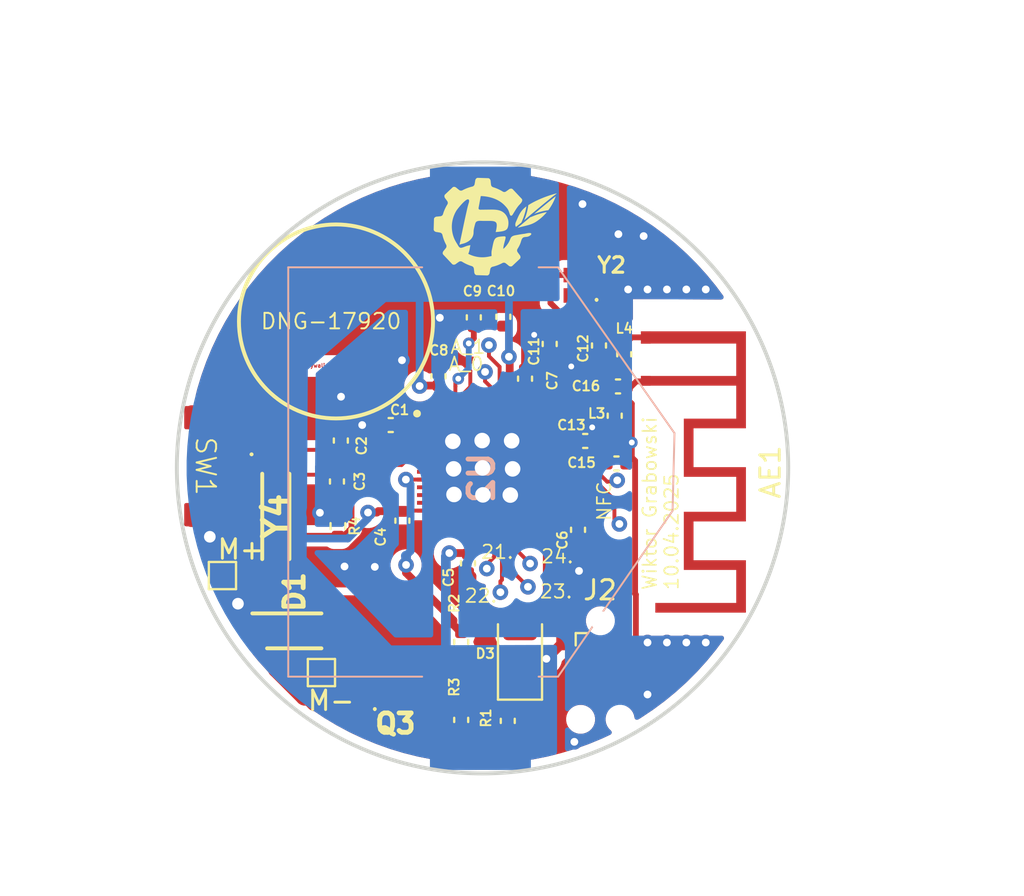
<source format=kicad_pcb>
(kicad_pcb (version 20241229) (generator "pcbnew") (generator_version "9.0")
  (layers (0 "F.Cu" signal) (2 "B.Cu" signal) (13 "F.Paste" user) (15 "B.Paste" user) (5 "F.SilkS" user "F.Silkscreen") (7 "B.SilkS" user "B.Silkscreen") (1 "F.Mask" user) (3 "B.Mask" user) (25 "Edge.Cuts" user))
  (net 0 "")
  (net 1 "GND")
  (net 2 "unconnected-(IC1-P0.21-Pad20)")
  (net 3 "unconnected-(IC1-P0.03{slash}AIN1-Pad39)")
  (net 6 "VDD")
  (net 9 "unconnected-(IC1-P0.10{slash}NFC2-Pad30)")
  (net 10 "Net-(IC1-DEC4)")
  (net 13 "unconnected-(IC1-P0.02{slash}AIN0-Pad40)")
  (net 15 "unconnected-(IC1-P0.09{slash}NFC1-Pad29)")
  (net 18 "unconnected-(IC1-P0.23-Pad22)")
  (net 19 "unconnected-(IC1-P0.24-Pad23)")
  (net 20 "unconnected-(IC1-P0.22-Pad21)")
  (net 27 "/BUTTON")
  (net 30 "/LED_STATUS")
  (net 31 "Net-(D3-K)")
  (net 32 "/Microcontroller/DEC_1")
  (net 33 "/SWDIO")
  (net 34 "/Microcontroller/XL_1")
  (net 36 "/Microcontroller/XC2")
  (net 37 "/SWDCLK")
  (net 38 "/Microcontroller/DEC3")
  (net 39 "/Microcontroller/XC1")
  (net 40 "/M_SIGNAL")
  (net 41 "/Microcontroller/XL_2")
  (net 44 "Net-(D1-A)")
  (net 45 "Net-(Q3-Pad4)")
  (net 46 "Net-(IC1-ANT)")
  (net 47 "/ANT_OUT")
  (net 48 "Net-(C16-Pad1)")
  (footprint "Capacitor_SMD:C_0402_1005Metric" (layer "F.Cu") (at 239.3 108.8 90)
    (property "Reference" "C3")
    (property "Value" "19pF")
  )
  (footprint "Capacitor_SMD:C_0402_1005Metric" (layer "F.Cu") (at 244.53 103.375 -90)
    (property "Reference" "C8")
    (property "Value" "1uF")
  )
  (footprint "Connector:Tag-Connect_TC2030-IDC-NL_2x03_P1.27mm_Vertical" (layer "F.Cu") (at 252.87 118.52 -90)
    (property "Reference" "J2")
    (property "Value" "TC2030-NL")
  )
  (footprint "libraries:NRVTS560ETFS" (layer "F.Cu") (at 242.225 118.28)
    (property "Reference" "Q3")
    (property "Value" "NTTFS6H888NLTAG" (hide yes))
  )
  (footprint "Capacitor_SMD:C_0402_1005Metric" (layer "F.Cu") (at 246.35 100.34 -90)
    (property "Reference" "C9")
    (property "Value" "1uF")
  )
  (footprint "libraries:ECS320847BJTMTR" (layer "F.Cu") (at 251.675 98.685 90)
    (property "Reference" "Y2")
    (property "Value" "32MHz" (hide yes))
  )
  (footprint "Capacitor_SMD:C_0402_1005Metric" (layer "F.Cu") (at 253.7 107.87)
    (property "Reference" "C15")
    (property "Value" "1pF")
  )
  (footprint "libraries:ESPRESSIF_ESP32_MIFA_2.4GHz_Right" (layer "F.Cu") (at 255.22 103.76 -90)
    (property "Reference" "AE1")
    (property "Value" "Antenna_Chip")
  )
  (footprint "Capacitor_SMD:C_0402_1005Metric" (layer "F.Cu") (at 252.09 106.71)
    (property "Reference" "C13")
    (property "Value" "100pF")
  )
  (footprint "Library:Pushbutton from ST" (layer "F.Cu") (at 232.53 108.01 -90)
    (property "Reference" "SW1")
    (property "Value" "Vertical Button")
  )
  (footprint "TestPoint:TestPoint_Pad_1.0x1.0mm" (layer "F.Cu") (at 233.4 113.65)
    (property "Reference" "M+")
    (property "Value" "TestPoint_Pad_1.0x1.0mm")
  )
  (footprint "Capacitor_SMD:C_0402_1005Metric" (layer "F.Cu") (at 253.61 105.41 90)
    (property "Reference" "L3")
    (property "Value" "4.7nH")
  )
  (footprint "Capacitor_SMD:C_0402_1005Metric" (layer "F.Cu") (at 246.05 113.02 -90)
    (property "Reference" "C5")
    (property "Value" "100nF")
  )
  (footprint "libraries:SODFL3718X170N" (layer "F.Cu") (at 237.1 116.5)
    (property "Reference" "D1")
    (property "Value" "SKL120-AQ" (hide yes))
  )
  (footprint "Capacitor_SMD:C_0402_1005Metric" (layer "F.Cu") (at 250.26 101.71 90)
    (property "Reference" "C11")
    (property "Value" "8pF")
  )
  (footprint "Capacitor_SMD:C_0402_1005Metric" (layer "F.Cu") (at 254.1 102.24 90)
    (property "Reference" "L4")
    (property "Value" "2.2nH")
  )
  (footprint "Capacitor_SMD:C_0402_1005Metric" (layer "F.Cu") (at 239.5 106.69 -90)
    (property "Reference" "C2")
    (property "Value" "19pF")
  )
  (footprint "Capacitor_SMD:C_0402_1005Metric" (layer "F.Cu") (at 247.87 100.31 -90)
    (property "Reference" "C10")
    (property "Value" "1uF")
  )
  (footprint "Capacitor_SMD:C_0402_1005Metric" (layer "F.Cu") (at 248.1 121.14 -90)
    (property "Reference" "R1")
    (property "Value" "1k")
  )
  (footprint "libraries:QFN40P600X600X95-49N-D" (layer "F.Cu") (at 246.8 108.1)
    (property "Reference" "IC1" (hide yes))
    (property "Value" "nRF52840-QFAA-F-R7" (hide yes))
  )
  (footprint "Capacitor_SMD:C_0402_1005Metric" (layer "F.Cu") (at 242.67 110.82 -90)
    (property "Reference" "C4")
    (property "Value" "100nF")
  )
  (footprint "Capacitor_SMD:C_0402_1005Metric" (layer "F.Cu") (at 253.78 103.9)
    (property "Reference" "C16")
    (property "Value" "1.2pF")
  )
  (footprint "Capacitor_SMD:C_0402_1005Metric" (layer "F.Cu") (at 245.7 117.07 -90)
    (property "Reference" "R2")
    (property "Value" "330")
  )
  (footprint "Capacitor_SMD:C_0402_1005Metric" (layer "F.Cu") (at 251.72 111.29 -90)
    (property "Reference" "C6")
    (property "Value" "100nF")
  )
  (footprint "Capacitor_SMD:C_0402_1005Metric" (layer "F.Cu") (at 252.8 101.79 90)
    (property "Reference" "C12")
    (property "Value" "8pF")
  )
  (footprint "Capacitor_SMD:C_0402_1005Metric" (layer "F.Cu") (at 245.7 121.09 -90)
    (property "Reference" "R3")
    (property "Value" "10K")
  )
  (footprint "TestPoint:TestPoint_Pad_1.0x1.0mm" (layer "F.Cu") (at 238.5 118.65)
    (property "Reference" "M-")
    (property "Value" "TestPoint_Pad_1.0x1.0mm")
  )
  (footprint "libraries:9HT732768KDZFT" (layer "F.Cu") (at 236.15 110.6 -90)
    (property "Reference" "Y4")
    (property "Value" "9HT7" (hide yes))
  )
  (footprint "Resistor_SMD:R_0402_1005Metric" (layer "F.Cu") (at 239.35 111.1 90)
    (property "Reference" "R4")
    (property "Value" "10k")
  )
  (footprint "LED_SMD:LED_1206_3216Metric" (layer "F.Cu") (at 248.73 117.76 90)
    (property "Reference" "D3")
    (property "Value" "GREEN")
  )
  (footprint "Capacitor_SMD:C_0402_1005Metric" (layer "F.Cu") (at 242.07 105.89)
    (property "Reference" "C1")
    (property "Value" "100nF")
  )
  (footprint "Capacitor_SMD:C_0402_1005Metric" (layer "F.Cu") (at 248.99 103.5 -90)
    (property "Reference" "C7")
    (property "Value" "100nF")
  )
  (footprint "libraries:79523141" (layer "B.Cu") (at 246.69 108.12 -90)
    (property "Reference" "U2")
    (property "Value" "79523141" (hide yes))
  )
  (gr_poly (pts (xy 243.8 105.1) (xy 243.8 111.1) (xy 249.8 111.1) (xy 249.8 105.1)) (stroke (width 0.2)) (fill yes) (layer "B.Cu") (net 1))
  (gr_poly (pts (xy 250.548657 94.161776) (xy 250.51915 94.237012) (xy 250.483168 94.320236) (xy 250.440254 94.410281) (xy 250.389949 94.505982) (xy 250.36188 94.555589) (xy 250.331792 94.606172) (xy 250.299626 94.657587) (xy 250.265326 94.709687) (xy 250.228833 94.762326) (xy 250.190091 94.815359) (xy 250.138172 94.821788) (xy 250.086486 94.829489) (xy 250.035166 94.838343) (xy 249.984344 94.848233) (xy 249.934156 94.859041) (xy 249.884733 94.870648) (xy 249.788718 94.895792) (xy 249.697367 94.922721) (xy 249.611745 94.950494) (xy 249.53292 94.978168) (xy 249.461958 95.0048) (xy 249.737968 94.772562) (xy 250.020625 94.537546) (xy 250.301497 94.30888) (xy 250.438628 94.199781) (xy 250.572149 94.095692)) (stroke (width -0.000001)) (fill yes) (layer "F.SilkS"))
  (gr_circle (center 239.25 100.55) (end 242.25 104.55) (stroke (width 0.2)) (fill no) (layer "F.SilkS"))
  (gr_poly (pts (xy 249.048486 94.695328) (xy 249.033534 94.771055) (xy 249.016456 94.845167) (xy 248.997712 94.91714) (xy 248.977766 94.986454) (xy 248.957078 95.052584) (xy 248.936111 95.11501) (xy 248.915328 95.173207) (xy 248.895189 95.226655) (xy 248.876157 95.27483) (xy 248.843262 95.353273) (xy 248.811082 95.4239) (xy 248.811082 95.422842) (xy 248.810523 95.424044) (xy 248.810034 95.42527) (xy 248.80961 95.426518) (xy 248.809247 95.427786) (xy 248.808939 95.429073) (xy 248.808682 95.430376) (xy 248.808472 95.431695) (xy 248.808304 95.433028) (xy 248.808173 95.434374) (xy 248.808075 95.43573) (xy 248.807957 95.438469) (xy 248.807914 95.441232) (xy 248.807907 95.444009) (xy 248.730235 95.508187) (xy 248.656433 95.568495) (xy 248.587195 95.624239) (xy 248.523215 95.674725) (xy 248.515365 95.664096) (xy 248.508485 95.6525) (xy 248.502579 95.640011) (xy 248.49765 95.626703) (xy 248.4937 95.612651) (xy 248.490733 95.59793) (xy 248.488753 95.582613) (xy 248.487761 95.566775) (xy 248.487761 95.550491) (xy 248.488757 95.533834) (xy 248.490751 95.51688) (xy 248.493747 95.499703) (xy 248.497747 95.482377) (xy 248.502755 95.464977) (xy 248.508774 95.447576) (xy 248.515807 95.43025) (xy 248.612132 95.206677) (xy 248.63655 95.152706) (xy 248.661938 95.099554) (xy 248.688711 95.047245) (xy 248.717287 94.995804) (xy 248.748084 94.945256) (xy 248.781517 94.895626) (xy 248.818004 94.846939) (xy 248.857963 94.799219) (xy 248.90181 94.752491) (xy 248.949961 94.70678) (xy 249.002835 94.662111) (xy 249.031173 94.640175) (xy 249.060848 94.618508)) (stroke (width -0.000001)) (fill yes) (layer "F.SilkS"))
  (gr_poly (pts (xy 250.059614 94.977323) (xy 250.000682 95.041561) (xy 249.93803 95.105179) (xy 249.90527 95.136673) (xy 249.871533 95.167916) (xy 249.836804 95.198873) (xy 249.801067 95.229512) (xy 249.764307 95.259801) (xy 249.726508 95.289707) (xy 249.687655 95.319197) (xy 249.647733 95.34824) (xy 249.606725 95.376802) (xy 249.564617 95.40485) (xy 249.515003 95.435714) (xy 249.465615 95.463439) (xy 249.416204 95.488361) (xy 249.366526 95.510816) (xy 249.316333 95.531137) (xy 249.265379 95.54966) (xy 249.213417 95.566719) (xy 249.1602 95.58265) (xy 249.049019 95.612465) (xy 248.929864 95.641785) (xy 248.800762 95.673287) (xy 248.659741 95.70965) (xy 248.65638 95.710594) (xy 248.653046 95.711443) (xy 248.649739 95.712201) (xy 248.646462 95.712875) (xy 248.643216 95.713468) (xy 248.640003 95.713985) (xy 248.63368 95.71481) (xy 248.627505 95.715386) (xy 248.621492 95.715752) (xy 248.615653 95.715945) (xy 248.609999 95.716) (xy 248.731361 95.617823) (xy 248.880007 95.494941) (xy 249.271458 95.166725) (xy 249.272824 95.167166) (xy 249.274451 95.167668) (xy 249.27794 95.16871) (xy 249.282041 95.1699) (xy 249.2831 95.1699) (xy 249.284278 95.169887) (xy 249.285435 95.169848) (xy 249.286574 95.169781) (xy 249.287696 95.169685) (xy 249.288807 95.169558) (xy 249.289908 95.169398) (xy 249.291003 95.169204) (xy 249.292095 95.168974) (xy 249.293187 95.168707) (xy 249.294282 95.168401) (xy 249.295383 95.168055) (xy 249.296494 95.167667) (xy 249.297617 95.167236) (xy 249.298755 95.16676) (xy 249.299912 95.166237) (xy 249.30109 95.165667) (xy 249.372595 95.134479) (xy 249.452003 95.102005) (xy 249.554826 95.063008) (xy 249.676799 95.021035) (xy 249.813655 94.979631) (xy 249.886331 94.960252) (xy 249.961127 94.942346) (xy 250.037511 94.926356) (xy 250.114949 94.912725)) (stroke (width -0.000001)) (fill yes) (layer "F.SilkS"))
  (gr_poly (pts (xy 247.090233 93.164362) (xy 247.097034 93.164884) (xy 247.10374 93.165847) (xy 247.110343 93.16724) (xy 247.116834 93.16905) (xy 247.123204 93.171267) (xy 247.129447 93.173878) (xy 247.135552 93.176872) (xy 247.141512 93.180237) (xy 247.147319 93.183962) (xy 247.152964 93.188035) (xy 247.158439 93.192444) (xy 247.163735 93.197179) (xy 247.168845 93.202226) (xy 247.173759 93.207575) (xy 247.182969 93.219131) (xy 247.191299 93.231753) (xy 247.198681 93.245349) (xy 247.205049 93.259826) (xy 247.210337 93.27509) (xy 247.214478 93.291049) (xy 247.217404 93.307609) (xy 247.219051 93.324678) (xy 247.21935 93.342162) (xy 247.236283 93.496678) (xy 247.238065 93.508269) (xy 247.240619 93.519598) (xy 247.243924 93.53063) (xy 247.247957 93.541327) (xy 247.252698 93.551652) (xy 247.258123 93.561568) (xy 247.264212 93.571037) (xy 247.270943 93.580022) (xy 247.274542 93.584322) (xy 247.278294 93.588487) (xy 247.282195 93.592512) (xy 247.286244 93.596393) (xy 247.290436 93.600126) (xy 247.29477 93.603705) (xy 247.299242 93.607125) (xy 247.303851 93.610383) (xy 247.308593 93.613474) (xy 247.313465 93.616392) (xy 247.318465 93.619134) (xy 247.323591 93.621694) (xy 247.328839 93.624068) (xy 247.334207 93.626252) (xy 247.339692 93.62824) (xy 247.345291 93.630028) (xy 247.410418 93.650955) (xy 247.474788 93.674015) (xy 247.538339 93.699159) (xy 247.601011 93.726337) (xy 247.662739 93.755499) (xy 247.723463 93.786595) (xy 247.78312 93.819577) (xy 247.841649 93.854395) (xy 247.851737 93.8603) (xy 247.862123 93.865321) (xy 247.872761 93.869468) (xy 247.883602 93.87275) (xy 247.894598 93.875177) (xy 247.905701 93.876756) (xy 247.916863 93.877499) (xy 247.928036 93.877414) (xy 247.939171 93.87651) (xy 247.950221 93.874797) (xy 247.961138 93.872284) (xy 247.971874 93.86898) (xy 247.98238 93.864895) (xy 247.992608 93.860038) (xy 248.002511 93.854418) (xy 248.012041 93.848045) (xy 248.140099 93.758087) (xy 248.14663 93.752196) (xy 248.153314 93.746629) (xy 248.160138 93.741387) (xy 248.167089 93.736471) (xy 248.174151 93.731884) (xy 248.181313 93.727626) (xy 248.188559 93.723698) (xy 248.195877 93.720102) (xy 248.203251 93.71684) (xy 248.21067 93.713912) (xy 248.218118 93.711321) (xy 248.225582 93.709066) (xy 248.233049 93.707151) (xy 248.240504 93.705575) (xy 248.247934 93.704341) (xy 248.255325 93.70345) (xy 248.262663 93.702903) (xy 248.269935 93.702702) (xy 248.277127 93.702847) (xy 248.284225 93.703341) (xy 248.291214 93.704184) (xy 248.298083 93.705378) (xy 248.304816 93.706925) (xy 248.3114 93.708825) (xy 248.317821 93.71108) (xy 248.324066 93.713691) (xy 248.330121 93.716661) (xy 248.335971 93.719989) (xy 248.341604 93.723678) (xy 248.347005 93.727728) (xy 248.352161 93.732142) (xy 248.357057 93.73692) (xy 248.562374 93.954937) (xy 248.813199 94.220578) (xy 248.822953 94.232043) (xy 248.830842 94.243798) (xy 248.836955 94.255817) (xy 248.841381 94.268073) (xy 248.844209 94.280541) (xy 248.845527 94.293195) (xy 248.845425 94.306008) (xy 248.84399 94.318954) (xy 248.841312 94.332007) (xy 248.837479 94.34514) (xy 248.832581 94.358329) (xy 248.826705 94.371546) (xy 248.819941 94.384765) (xy 248.812378 94.39796) (xy 248.795208 94.424175) (xy 248.775904 94.44998) (xy 248.755177 94.475167) (xy 248.733737 94.499526) (xy 248.712294 94.522848) (xy 248.672238 94.565543) (xy 248.655046 94.584498) (xy 248.640691 94.601578) (xy 248.602295 94.652196) (xy 248.5655 94.703906) (xy 248.530019 94.756508) (xy 248.495567 94.809805) (xy 248.428611 94.917689) (xy 248.36235 95.02597) (xy 248.357924 95.03385) (xy 248.353338 95.04158) (xy 248.350964 95.045374) (xy 248.348528 95.049112) (xy 248.346019 95.052789) (xy 248.343432 95.056397) (xy 248.340758 95.05993) (xy 248.33799 95.063383) (xy 248.335119 95.06675) (xy 248.332138 95.070023) (xy 248.329039 95.073197) (xy 248.325814 95.076265) (xy 248.322457 95.079222) (xy 248.318958 95.082061) (xy 248.315314 95.084751) (xy 248.311535 95.087254) (xy 248.307635 95.089559) (xy 248.303629 95.091653) (xy 248.299529 95.093523) (xy 248.29535 95.095158) (xy 248.291106 95.096545) (xy 248.286811 95.097672) (xy 248.282479 95.098526) (xy 248.278123 95.099094) (xy 248.273758 95.099365) (xy 248.269398 95.099326) (xy 248.265057 95.098964) (xy 248.260748 95.098267) (xy 248.256485 95.097223) (xy 248.252283 95.09582) (xy 248.249939 95.094772) (xy 248.247667 95.093618) (xy 248.245466 95.092359) (xy 248.243334 95.091001) (xy 248.24127 95.089548) (xy 248.239272 95.088004) (xy 248.235465 95.084658) (xy 248.2319 95.080995) (xy 248.228563 95.077049) (xy 248.22544 95.072851) (xy 248.222517 95.068435) (xy 248.21978 95.063833) (xy 248.217215 95.059078) (xy 248.214808 95.054201) (xy 248.212546 95.049236) (xy 248.210413 95.044216) (xy 248.208397 95.039172) (xy 248.204658 95.029145) (xy 248.162986 94.901351) (xy 248.151545 94.869217) (xy 248.14544 94.853377) (xy 248.139024 94.837752) (xy 248.132255 94.822387) (xy 248.12509 94.807329) (xy 248.117489 94.792624) (xy 248.109408 94.77832) (xy 248.100844 94.764293) (xy 248.091846 94.750392) (xy 248.082451 94.736618) (xy 248.072697 94.722972) (xy 248.06262 94.709457) (xy 248.052258 94.696074) (xy 248.030826 94.669708) (xy 248.008701 94.643889) (xy 247.986178 94.618627) (xy 247.941133 94.569828) (xy 247.882051 94.511411) (xy 247.819664 94.457153) (xy 247.754214 94.406968) (xy 247.685942 94.360774) (xy 247.615091 94.318487) (xy 247.541901 94.280022) (xy 247.466616 94.245297) (xy 247.389477 94.214228) (xy 247.310725 94.18673) (xy 247.230603 94.162721) (xy 247.149352 94.142116) (xy 247.067214 94.124832) (xy 246.984432 94.110785) (xy 246.901246 94.099891) (xy 246.817899 94.092066) (xy 246.734633 94.087228) (xy 246.731812 94.087238) (xy 246.728928 94.087311) (xy 246.727475 94.087389) (xy 246.72602 94.087507) (xy 246.724568 94.087671) (xy 246.723124 94.087889) (xy 246.721692 94.08817) (xy 246.720277 94.08852) (xy 246.718884 94.088948) (xy 246.717518 94.08946) (xy 246.716182 94.090066) (xy 246.714882 94.090773) (xy 246.713623 94.091588) (xy 246.713009 94.092039) (xy 246.712408 94.09252) (xy 246.711639 94.093536) (xy 246.710918 94.094597) (xy 246.710243 94.095698) (xy 246.709613 94.096836) (xy 246.709027 94.098004) (xy 246.708483 94.099198) (xy 246.707979 94.100414) (xy 246.707513 94.101648) (xy 246.707085 94.102893) (xy 246.706693 94.104147) (xy 246.706334 94.105403) (xy 246.706008 94.106658) (xy 246.705448 94.109145) (xy 246.705 94.11157) (xy 246.600225 94.67672) (xy 246.598325 94.686772) (xy 246.597478 94.691875) (xy 246.596735 94.69701) (xy 246.596123 94.702164) (xy 246.595667 94.707322) (xy 246.595394 94.712472) (xy 246.59533 94.717598) (xy 246.595502 94.722687) (xy 246.595936 94.727724) (xy 246.596658 94.732697) (xy 246.597695 94.73759) (xy 246.599073 94.742391) (xy 246.600818 94.747084) (xy 246.602957 94.751657) (xy 246.604182 94.753894) (xy 246.605516 94.756095) (xy 246.607469 94.758985) (xy 246.609552 94.761707) (xy 246.611761 94.764266) (xy 246.61409 94.766666) (xy 246.616534 94.768912) (xy 246.619088 94.77101) (xy 246.621745 94.772965) (xy 246.6245 94.774781) (xy 246.630285 94.778018) (xy 246.636398 94.780763) (xy 246.642797 94.783055) (xy 246.649437 94.784934) (xy 246.656276 94.786441) (xy 246.66327 94.787617) (xy 246.670375 94.788501) (xy 246.677549 94.789134) (xy 246.684748 94.789557) (xy 246.691928 94.789808) (xy 246.706058 94.789961) (xy 247.180191 94.78467) (xy 247.243369 94.784021) (xy 247.306596 94.784041) (xy 247.369724 94.785302) (xy 247.432604 94.788374) (xy 247.463904 94.790767) (xy 247.495087 94.793827) (xy 247.526133 94.797625) (xy 247.557024 94.802231) (xy 247.587741 94.807719) (xy 247.618267 94.814158) (xy 247.648581 94.821621) (xy 247.678666 94.830178) (xy 247.707711 94.839728) (xy 247.735901 94.850493) (xy 247.763227 94.862437) (xy 247.789677 94.875521) (xy 247.815242 94.889709) (xy 247.83991 94.904964) (xy 247.86367 94.921249) (xy 247.886513 94.938525) (xy 247.908427 94.956756) (xy 247.929401 94.975906) (xy 247.949426 94.995935) (xy 247.96849 95.016809) (xy 248.003694 95.060936) (xy 248.034927 95.107991) (xy 248.062105 95.157674) (xy 248.085142 95.20969) (xy 248.103953 95.263739) (xy 248.118453 95.319525) (xy 248.128556 95.376749) (xy 248.134177 95.435115) (xy 248.135231 95.494323) (xy 248.131632 95.554078) (xy 248.125391 95.605611) (xy 248.117027 95.652071) (xy 248.106001 95.693765) (xy 248.09178 95.731002) (xy 248.083302 95.748045) (xy 248.073825 95.76409) (xy 248.06328 95.779175) (xy 248.0516 95.793338) (xy 248.038719 95.806618) (xy 248.02457 95.819055) (xy 248.009085 95.830685) (xy 247.992197 95.841548) (xy 247.97384 95.851682) (xy 247.953946 95.861127) (xy 247.909279 95.8781) (xy 247.857661 95.892775) (xy 247.798555 95.905461) (xy 247.731425 95.916467) (xy 247.655734 95.926101) (xy 247.570946 95.934671) (xy 247.476525 95.942487) (xy 247.494252 95.867742) (xy 247.50123 95.836967) (xy 247.504335 95.822405) (xy 247.507216 95.808078) (xy 247.518953 95.742265) (xy 247.527391 95.683112) (xy 247.532256 95.630284) (xy 247.533265 95.606138) (xy 247.533278 95.583447) (xy 247.532261 95.56217) (xy 247.530181 95.542265) (xy 247.527004 95.52369) (xy 247.522694 95.506403) (xy 247.517219 95.490363) (xy 247.510544 95.475528) (xy 247.502635 95.461855) (xy 247.493458 95.449303) (xy 247.482978 95.43783) (xy 247.471162 95.427394) (xy 247.457976 95.417954) (xy 247.443385 95.409467) (xy 247.427356 95.401891) (xy 247.409854 95.395185) (xy 247.390844 95.389307) (xy 247.370294 95.384215) (xy 247.348169 95.379868) (xy 247.324434 95.376222) (xy 247.272001 95.37087) (xy 247.212722 95.367826) (xy 247.146324 95.366753) (xy 246.812949 95.366753) (xy 246.772516 95.365821) (xy 246.727803 95.364057) (xy 246.680585 95.363014) (xy 246.656591 95.363246) (xy 246.632636 95.364239) (xy 246.608941 95.366188) (xy 246.585728 95.369285) (xy 246.563219 95.373725) (xy 246.541636 95.379701) (xy 246.53126 95.383326) (xy 246.521199 95.387407) (xy 246.511481 95.39197) (xy 246.502132 95.397037) (xy 246.493181 95.402634) (xy 246.484655 95.408785) (xy 246.476583 95.415514) (xy 246.468991 95.422845) (xy 246.462698 95.429808) (xy 246.456893 95.437178) (xy 246.451543 95.444913) (xy 246.446617 95.452974) (xy 246.442082 95.46132) (xy 246.437905 95.469911) (xy 246.434053 95.478707) (xy 246.430494 95.487667) (xy 246.427196 95.496752) (xy 246.424126 95.505919) (xy 246.418538 95.524345) (xy 246.408666 95.560428) (xy 246.369375 95.712034) (xy 246.360576 95.750184) (xy 246.352855 95.788432) (xy 246.346549 95.826781) (xy 246.34403 95.845992) (xy 246.341991 95.865228) (xy 246.340451 95.887852) (xy 246.339593 95.910488) (xy 246.338684 95.955847) (xy 246.338012 95.978595) (xy 246.336782 96.001406) (xy 246.335861 96.012838) (xy 246.334684 96.02429) (xy 246.333213 96.035764) (xy 246.331408 96.047261) (xy 246.327132 96.06883) (xy 246.322059 96.089883) (xy 246.316208 96.110424) (xy 246.3096 96.13046) (xy 246.302256 96.149996) (xy 246.294196 96.169035) (xy 246.285441 96.187584) (xy 246.276011 96.205648) (xy 246.265926 96.22323) (xy 246.255208 96.240337) (xy 246.231953 96.273145) (xy 246.20641 96.304111) (xy 246.178743 96.333276) (xy 246.149117 96.360679) (xy 246.117695 96.386362) (xy 246.084642 96.410364) (xy 246.050123 96.432726) (xy 246.014301 96.453488) (xy 245.977342 96.472691) (xy 245.939409 96.490374) (xy 245.900666 96.506578) (xy 245.886133 96.512118) (xy 245.871513 96.517265) (xy 245.842061 96.526587) (xy 245.812411 96.534967) (xy 245.782662 96.542826) (xy 245.752913 96.550586) (xy 245.723263 96.558668) (xy 245.693812 96.567494) (xy 245.679191 96.572318) (xy 245.664658 96.577486) (xy 245.652487 96.581008) (xy 245.643896 96.583569) (xy 245.639344 96.585033) (xy 245.63476 96.586614) (xy 245.630251 96.588306) (xy 245.625921 96.590105) (xy 245.621877 96.592007) (xy 245.618223 96.594006) (xy 245.616576 96.59504) (xy 245.615066 96.596098) (xy 245.613706 96.597177) (xy 245.61251 96.598278) (xy 245.611491 96.5994) (xy 245.610661 96.600543) (xy 245.610035 96.601705) (xy 245.609625 96.602886) (xy 245.862566 95.401677) (xy 245.894846 95.25184) (xy 245.927918 95.102301) (xy 245.994858 94.803719) (xy 246.011494 94.729751) (xy 246.029518 94.655684) (xy 246.048734 94.581816) (xy 246.068941 94.508444) (xy 246.085445 94.456437) (xy 246.094205 94.427277) (xy 246.098202 94.412293) (xy 246.101749 94.397186) (xy 246.104702 94.382068) (xy 246.106913 94.367047) (xy 246.108237 94.352233) (xy 246.108529 94.337738) (xy 246.107643 94.32367) (xy 246.106713 94.316831) (xy 246.105433 94.310141) (xy 246.103786 94.303612) (xy 246.101753 94.297259) (xy 246.099317 94.291095) (xy 246.096458 94.285135) (xy 246.086938 94.271212) (xy 246.075152 94.261817) (xy 246.061259 94.256698) (xy 246.045418 94.255603) (xy 246.027788 94.258279) (xy 246.008528 94.264474) (xy 245.987797 94.273934) (xy 245.965754 94.286409) (xy 245.942557 94.301644) (xy 245.918365 94.319388) (xy 245.867634 94.361391) (xy 245.814833 94.410399) (xy 245.761231 94.464391) (xy 245.7081 94.521347) (xy 245.656712 94.579247) (xy 245.564248 94.689799) (xy 245.49401 94.779888) (xy 245.456166 94.833352) (xy 245.428552 94.880471) (xy 245.402483 94.928522) (xy 245.377992 94.977443) (xy 245.355112 95.027176) (xy 245.333875 95.077659) (xy 245.314314 95.128832) (xy 245.296462 95.180634) (xy 245.28035 95.233005) (xy 245.266013 95.285885) (xy 245.253481 95.339213) (xy 245.242788 95.392928) (xy 245.233966 95.44697) (xy 245.227048 95.501279) (xy 245.222066 95.555795) (xy 245.219053 95.610456) (xy 245.218041 95.665202) (xy 245.218561 95.705481) (xy 245.220118 95.745735) (xy 245.222708 95.785939) (xy 245.226326 95.826069) (xy 245.230967 95.866099) (xy 245.236626 95.906006) (xy 245.243299 95.945764) (xy 245.250982 95.985348) (xy 245.259669 96.024734) (xy 245.269356 96.063896) (xy 245.280038 96.102811) (xy 245.291711 96.141452) (xy 245.30437 96.179796) (xy 245.31801 96.217817) (xy 245.332627 96.255492) (xy 245.348216 96.292794) (xy 245.358998 96.316835) (xy 245.370278 96.340559) (xy 245.382007 96.363999) (xy 245.394138 96.387184) (xy 245.419412 96.432915) (xy 245.445715 96.478002) (xy 245.499872 96.567233) (xy 245.526956 96.611873) (xy 245.553533 96.65686) (xy 245.558023 96.664568) (xy 245.562762 96.672191) (xy 245.567753 96.679693) (xy 245.572996 96.687039) (xy 245.578494 96.694192) (xy 245.584247 96.701118) (xy 245.590258 96.707779) (xy 245.596528 96.714142) (xy 245.603058 96.72017) (xy 245.60985 96.725827) (xy 245.616905 96.731078) (xy 245.624226 96.735888) (xy 245.631814 96.740219) (xy 245.639669 96.744038) (xy 245.647794 96.747308) (xy 245.651959 96.748726) (xy 245.656191 96.749993) (xy 245.661386 96.751248) (xy 245.666646 96.752242) (xy 245.671962 96.752989) (xy 245.677325 96.753499) (xy 245.682725 96.753786) (xy 245.688152 96.753863) (xy 245.693598 96.753741) (xy 245.699054 96.753433) (xy 245.704509 96.752951) (xy 245.709955 96.752308) (xy 245.715383 96.751517) (xy 245.720783 96.750588) (xy 245.726145 96.749536) (xy 245.731461 96.748373) (xy 245.741916 96.74576) (xy 245.763043 96.73971) (xy 245.783981 96.73313) (xy 245.825425 96.718739) (xy 245.907545 96.687552) (xy 245.948766 96.672193) (xy 245.990459 96.657951) (xy 246.011567 96.651473) (xy 246.032896 96.645545) (xy 246.054478 96.640254) (xy 246.07635 96.635693) (xy 246.111539 96.629078) (xy 246.121081 96.626929) (xy 246.125827 96.625711) (xy 246.130523 96.624382) (xy 246.135145 96.622929) (xy 246.139668 96.621339) (xy 246.144066 96.619601) (xy 246.148316 96.617701) (xy 246.149879 96.617053) (xy 246.151391 96.616497) (xy 246.152852 96.616032) (xy 246.154261 96.615657) (xy 246.155617 96.615371) (xy 246.15692 96.615174) (xy 246.158169 96.615063) (xy 246.159363 96.615039) (xy 246.1605 96.6151) (xy 246.161582 96.615246) (xy 246.162605 96.615474) (xy 246.163571 96.615785) (xy 246.164478 96.616178) (xy 246.165325 96.616651) (xy 246.166112 96.617203) (xy 246.166837 96.617834) (xy 246.167501 96.618542) (xy 246.168101 96.619327) (xy 246.168638 96.620188) (xy 246.169111 96.621123) (xy 246.169519 96.622131) (xy 246.16986 96.623213) (xy 246.170135 96.624366) (xy 246.170343 96.62559) (xy 246.170482 96.626883) (xy 246.170553 96.628246) (xy 246.170553 96.629676) (xy 246.170484 96.631173) (xy 246.170342 96.632736) (xy 246.170129 96.634364) (xy 246.169843 96.636055) (xy 246.169483 96.63781) (xy 246.164156 96.66449) (xy 246.159214 96.691305) (xy 246.150036 96.745098) (xy 246.141057 96.798693) (xy 246.136363 96.825261) (xy 246.131383 96.851593) (xy 246.124479 96.883649) (xy 246.117228 96.913969) (xy 246.10958 96.942601) (xy 246.101485 96.969597) (xy 246.097255 96.982497) (xy 246.092894 96.995005) (xy 246.088398 97.00713) (xy 246.083758 97.018876) (xy 246.07897 97.03025) (xy 246.074026 97.041258) (xy 246.068922 97.051906) (xy 246.06365 97.062201) (xy 246.10507 97.083244) (xy 246.147165 97.103098) (xy 246.189914 97.121739) (xy 246.233297 97.139145) (xy 246.277294 97.155292) (xy 246.321885 97.170157) (xy 246.367049 97.183717) (xy 246.412767 97.195948) (xy 246.459018 97.206827) (xy 246.505783 97.216331) (xy 246.55304 97.224437) (xy 246.60077 97.231121) (xy 246.648953 97.23636) (xy 246.697568 97.240131) (xy 246.746596 97.242411) (xy 246.796016 97.243176) (xy 246.824764 97.242858) (xy 246.853462 97.241925) (xy 246.910696 97.238331) (xy 246.967708 97.232628) (xy 247.024484 97.225052) (xy 247.081011 97.21584) (xy 247.137279 97.205225) (xy 247.193273 97.193445) (xy 247.248982 97.180735) (xy 247.250963 97.180332) (xy 247.252918 97.179892) (xy 247.253879 97.179646) (xy 247.254824 97.179377) (xy 247.255751 97.17908) (xy 247.256656 97.178751) (xy 247.257536 97.178384) (xy 247.258388 97.177976) (xy 247.259209 97.177521) (xy 247.259996 97.177015) (xy 247.260376 97.176741) (xy 247.260746 97.176453) (xy 247.261106 97.176149) (xy 247.261455 97.17583) (xy 247.261794 97.175495) (xy 247.262121 97.175143) (xy 247.262437 97.174773) (xy 247.262741 97.174385) (xy 247.2633 97.173556) (xy 247.263789 97.172659) (xy 247.264213 97.171704) (xy 247.264576 97.170698) (xy 247.264884 97.169648) (xy 247.265141 97.168562) (xy 247.265351 97.167449) (xy 247.265519 97.166315) (xy 247.26565 97.165169) (xy 247.265748 97.164019) (xy 247.265866 97.161735) (xy 247.26591 97.159525) (xy 247.265916 97.157451) (xy 247.262162 97.08985) (xy 247.260912 97.056397) (xy 247.260492 97.023043) (xy 247.261213 96.989689) (xy 247.262099 96.972981) (xy 247.263386 96.956236) (xy 247.265113 96.939441) (xy 247.267319 96.922584) (xy 247.270043 96.905653) (xy 247.273324 96.888635) (xy 247.300179 96.761105) (xy 247.326241 96.633576) (xy 247.341481 96.561779) (xy 247.356633 96.498047) (xy 247.372278 96.441862) (xy 247.388997 96.392706) (xy 247.397941 96.370602) (xy 247.407372 96.350061) (xy 247.417361 96.331018) (xy 247.427983 96.313409) (xy 247.43931 96.297169) (xy 247.451414 96.282234) (xy 247.464368 96.268537) (xy 247.478244 96.256016) (xy 247.493116 96.244604) (xy 247.509055 96.234238) (xy 247.526135 96.224852) (xy 247.544429 96.216382) (xy 247.564009 96.208763) (xy 247.584947 96.20193) (xy 247.607316 96.19582) (xy 247.63119 96.190366) (xy 247.683739 96.18117) (xy 247.743177 96.173825) (xy 247.810083 96.167814) (xy 247.885041 96.162618) (xy 247.895977 96.161997) (xy 247.906179 96.161717) (xy 247.915669 96.161773) (xy 247.924468 96.162159) (xy 247.932599 96.162869) (xy 247.940084 96.163897) (xy 247.946945 96.165237) (xy 247.953204 96.166884) (xy 247.958884 96.168832) (xy 247.964005 96.171074) (xy 247.968591 96.173606) (xy 247.972664 96.176421) (xy 247.976244 96.179514) (xy 247.979356 96.182878) (xy 247.982021 96.186509) (xy 247.98426 96.190399) (xy 247.986096 96.194543) (xy 247.987551 96.198936) (xy 247.988647 96.203572) (xy 247.989407 96.208444) (xy 247.989851 96.213548) (xy 247.990004 96.218876) (xy 247.989518 96.230186) (xy 247.988128 96.242326) (xy 247.986008 96.255251) (xy 247.980291 96.283268) (xy 247.965052 96.347456) (xy 247.947879 96.412797) (xy 247.912293 96.545602) (xy 247.896161 96.612395) (xy 247.88901 96.645742) (xy 247.882659 96.679002) (xy 247.877251 96.712131) (xy 247.872928 96.745087) (xy 247.869832 96.77783) (xy 247.868107 96.810318) (xy 247.884855 96.79614) (xy 247.901676 96.781428) (xy 247.918449 96.766246) (xy 247.935047 96.750654) (xy 247.951348 96.734715) (xy 247.967227 96.718491) (xy 247.982561 96.702043) (xy 247.997224 96.685434) (xy 248.012601 96.666682) (xy 248.027767 96.647731) (xy 248.04271 96.628582) (xy 248.057417 96.609234) (xy 248.071876 96.589688) (xy 248.086074 96.569943) (xy 248.1 96.55) (xy 248.113641 96.529859) (xy 248.123578 96.514505) (xy 248.133164 96.499008) (xy 248.15136 96.467599) (xy 248.168391 96.435669) (xy 248.184417 96.403255) (xy 248.199599 96.370395) (xy 248.214099 96.337126) (xy 248.228079 96.303485) (xy 248.241699 96.269509) (xy 248.247793 96.255551) (xy 248.254547 96.24243) (xy 248.261933 96.230115) (xy 248.269922 96.218574) (xy 248.278487 96.207777) (xy 248.287598 96.197692) (xy 248.297228 96.188288) (xy 248.307349 96.179534) (xy 248.317931 96.171398) (xy 248.328947 96.16385) (xy 248.340368 96.156858) (xy 248.352167 96.15039) (xy 248.376782 96.138906) (xy 248.402566 96.129147) (xy 248.429292 96.120864) (xy 248.456735 96.113808) (xy 248.484668 96.107728) (xy 248.512864 96.102375) (xy 248.623757 96.083242) (xy 248.711268 96.067351) (xy 248.799176 96.052947) (xy 248.887481 96.039933) (xy 248.976183 96.028209) (xy 249.105035 96.002147) (xy 249.147852 95.995291) (xy 249.169231 95.99269) (xy 249.190198 95.990853) (xy 249.210457 95.98994) (xy 249.229715 95.990111) (xy 249.247678 95.991525) (xy 249.264049 95.994342) (xy 249.265107 95.991172) (xy 249.270028 95.99246) (xy 249.27467 95.993939) (xy 249.279035 95.995601) (xy 249.283124 95.997437) (xy 249.286936 95.99944) (xy 249.290473 96.001602) (xy 249.293736 96.003914) (xy 249.296725 96.006369) (xy 249.299441 96.008959) (xy 249.301885 96.011676) (xy 249.304058 96.014512) (xy 249.30596 96.017459) (xy 249.307593 96.020509) (xy 249.308957 96.023654) (xy 249.310052 96.026886) (xy 249.31088 96.030198) (xy 249.311441 96.033581) (xy 249.311737 96.037027) (xy 249.311767 96.040529) (xy 249.311533 96.044078) (xy 249.311036 96.047667) (xy 249.310275 96.051288) (xy 249.309253 96.054932) (xy 249.30797 96.058591) (xy 249.306426 96.062259) (xy 249.304622 96.065926) (xy 249.30256 96.069585) (xy 249.300239 96.073228) (xy 249.297661 96.076847) (xy 249.294826 96.080434) (xy 249.291736 96.083981) (xy 249.288391 96.08748) (xy 249.278893 96.096632) (xy 249.269061 96.105425) (xy 249.258911 96.113849) (xy 249.248455 96.121893) (xy 249.237707 96.129546) (xy 249.226683 96.136798) (xy 249.215394 96.143638) (xy 249.203856 96.150054) (xy 249.192082 96.156037) (xy 249.180087 96.161574) (xy 249.167884 96.166655) (xy 249.155487 96.17127) (xy 249.14291 96.175408) (xy 249.130168 96.179057) (xy 249.117273 96.182207) (xy 249.104241 96.184847) (xy 249.09349 96.186678) (xy 249.082677 96.188237) (xy 249.060915 96.190734) (xy 249.017193 96.194636) (xy 248.995431 96.196836) (xy 248.973867 96.19973) (xy 248.963191 96.201561) (xy 248.952601 96.203715) (xy 248.942111 96.206241) (xy 248.931732 96.209188) (xy 248.921572 96.212657) (xy 248.911914 96.216694) (xy 248.902742 96.221275) (xy 248.894038 96.226372) (xy 248.885782 96.23196) (xy 248.877959 96.238012) (xy 248.870549 96.244503) (xy 248.863536 96.251406) (xy 248.856901 96.258695) (xy 248.850626 96.266344) (xy 248.839087 96.282617) (xy 248.828775 96.300015) (xy 248.819549 96.318329) (xy 248.811265 96.337351) (xy 248.803782 96.35687) (xy 248.796955 96.376677) (xy 248.790643 96.396563) (xy 248.767691 96.472714) (xy 248.760302 96.494876) (xy 248.752436 96.51691) (xy 248.744111 96.53881) (xy 248.735345 96.560572) (xy 248.716568 96.603664) (xy 248.696253 96.646148) (xy 248.674549 96.687987) (xy 248.651605 96.729145) (xy 248.627569 96.769583) (xy 248.602591 96.809264) (xy 248.596686 96.819351) (xy 248.591665 96.829738) (xy 248.587518 96.840376) (xy 248.584236 96.851217) (xy 248.581809 96.862213) (xy 248.58023 96.873316) (xy 248.579487 96.884478) (xy 248.579572 96.89565) (xy 248.580476 96.906786) (xy 248.582189 96.917836) (xy 248.584702 96.928753) (xy 248.588006 96.939489) (xy 248.592091 96.949995) (xy 248.596948 96.960223) (xy 248.602567 96.970126) (xy 248.60894 96.979656) (xy 248.698899 97.104539) (xy 248.704886 97.111166) (xy 248.710543 97.11794) (xy 248.715869 97.124849) (xy 248.720863 97.131878) (xy 248.725524 97.139014) (xy 248.72985 97.146243) (xy 248.733841 97.153552) (xy 248.737495 97.160928) (xy 248.740811 97.168356) (xy 248.743788 97.175824) (xy 248.746424 97.183317) (xy 248.748719 97.190822) (xy 248.750672 97.198325) (xy 248.75228 97.205813) (xy 248.753544 97.213273) (xy 248.754461 97.22069) (xy 248.755032 97.228052) (xy 248.755254 97.235344) (xy 248.755126 97.242554) (xy 248.754647 97.249666) (xy 248.753817 97.256669) (xy 248.752634 97.263548) (xy 248.751096 97.27029) (xy 248.749203 97.276881) (xy 248.746953 97.283308) (xy 248.744346 97.289557) (xy 248.741379 97.295614) (xy 248.738053 97.301467) (xy 248.734365 97.307101) (xy 248.730315 97.312502) (xy 248.725902 97.317658) (xy 248.721124 97.322555) (xy 248.33589 97.685563) (xy 248.330615 97.690227) (xy 248.325117 97.694496) (xy 248.319409 97.698374) (xy 248.313502 97.701862) (xy 248.307411 97.704963) (xy 248.301146 97.707681) (xy 248.294722 97.710016) (xy 248.28815 97.711972) (xy 248.281443 97.713552) (xy 248.274614 97.714757) (xy 248.267675 97.71559) (xy 248.260639 97.716055) (xy 248.253519 97.716152) (xy 248.246327 97.715886) (xy 248.239075 97.715258) (xy 248.231777 97.714271) (xy 248.224445 97.712927) (xy 248.217091 97.71123) (xy 248.209728 97.70918) (xy 248.202369 97.706782) (xy 248.195026 97.704037) (xy 248.187712 97.700949) (xy 248.18044 97.697518) (xy 248.173221 97.693749) (xy 248.16607 97.689644) (xy 248.158997 97.685204) (xy 248.152017 97.680434) (xy 248.14514 97.675334) (xy 248.138381 97.669908) (xy 248.131752 97.664158) (xy 248.125265 97.658087) (xy 248.118932 97.651697) (xy 247.997224 97.554331) (xy 247.988055 97.547548) (xy 247.97844 97.541494) (xy 247.968433 97.536178) (xy 247.958082 97.531609) (xy 247.94744 97.527797) (xy 247.936558 97.524751) (xy 247.925486 97.52248) (xy 247.914277 97.520993) (xy 247.902981 97.5203) (xy 247.891649 97.52041) (xy 247.880333 97.521333) (xy 247.869083 97.523077) (xy 247.857951 97.525652) (xy 247.846988 97.529067) (xy 247.836245 97.533332) (xy 247.825774 97.538456) (xy 247.765352 97.569348) (xy 247.70395 97.598466) (xy 247.641581 97.625724) (xy 247.578256 97.651035) (xy 247.513989 97.674313) (xy 247.448792 97.695469) (xy 247.382678 97.714418) (xy 247.315657 97.731072) (xy 247.304339 97.734254) (xy 247.29342 97.73822) (xy 247.282929 97.742936) (xy 247.272894 97.748369) (xy 247.263343 97.754484) (xy 247.254303 97.761247) (xy 247.245802 97.768624) (xy 247.23787 97.77658) (xy 247.230532 97.785083) (xy 247.223818 97.794097) (xy 247.217755 97.803588) (xy 247.21237 97.813523) (xy 247.207693 97.823867) (xy 247.203751 97.834586) (xy 247.200571 97.845647) (xy 247.198182 97.857014) (xy 247.170666 98.010472) (xy 247.170199 98.019437) (xy 247.169399 98.028268) (xy 247.168275 98.036954) (xy 247.166835 98.045485) (xy 247.165088 98.053852) (xy 247.16304 98.062043) (xy 247.160702 98.070048) (xy 247.158081 98.077858) (xy 247.155186 98.085461) (xy 247.152025 98.092848) (xy 247.148605 98.100008) (xy 247.144937 98.106931) (xy 247.141027 98.113606) (xy 247.136885 98.120025) (xy 247.132518 98.126175) (xy 247.127935 98.132047) (xy 247.123145 98.137631) (xy 247.118155 98.142917) (xy 247.112974 98.147893) (xy 247.10761 98.152551) (xy 247.102072 98.156878) (xy 247.096368 98.160867) (xy 247.090505 98.164505) (xy 247.084494 98.167783) (xy 247.078342 98.17069) (xy 247.072056 98.173217) (xy 247.065647 98.175353) (xy 247.059121 98.177087) (xy 247.052487 98.17841) (xy 247.045755 98.17931) (xy 247.038931 98.179779) (xy 247.032024 98.179805) (xy 246.499682 98.162871) (xy 246.492881 98.162349) (xy 246.486175 98.161386) (xy 246.479572 98.159993) (xy 246.473081 98.158183) (xy 246.466711 98.155967) (xy 246.460469 98.153356) (xy 246.454363 98.150362) (xy 246.448403 98.146996) (xy 246.442596 98.143271) (xy 246.436951 98.139198) (xy 246.431476 98.134789) (xy 246.42618 98.130055) (xy 246.42107 98.125007) (xy 246.416156 98.119658) (xy 246.406946 98.108103) (xy 246.398616 98.09548) (xy 246.391234 98.081884) (xy 246.384866 98.067407) (xy 246.379578 98.052143) (xy 246.375437 98.036184) (xy 246.372511 98.019624) (xy 246.370865 98.002555) (xy 246.370566 97.985071) (xy 246.353632 97.830555) (xy 246.35185 97.818964) (xy 246.349296 97.807635) (xy 246.345991 97.796603) (xy 246.341958 97.785906) (xy 246.337217 97.775581) (xy 246.331792 97.765665) (xy 246.325703 97.756196) (xy 246.318972 97.74721) (xy 246.315373 97.742911) (xy 246.311621 97.738746) (xy 246.30772 97.73472) (xy 246.303672 97.730839) (xy 246.299479 97.727107) (xy 246.295146 97.723528) (xy 246.290673 97.720107) (xy 246.286064 97.716849) (xy 246.281323 97.713759) (xy 246.27645 97.710841) (xy 246.27145 97.708099) (xy 246.266324 97.705539) (xy 246.261076 97.703164) (xy 246.255708 97.700981) (xy 246.250223 97.698992) (xy 246.244624 97.697204) (xy 246.179498 97.676277) (xy 246.115127 97.653217) (xy 246.051576 97.628073) (xy 245.988905 97.600896) (xy 245.927176 97.571734) (xy 245.866452 97.540637) (xy 245.806795 97.507655) (xy 245.748266 97.472837) (xy 245.738179 97.466932) (xy 245.727792 97.461911) (xy 245.717154 97.457764) (xy 245.706313 97.454482) (xy 245.695317 97.452056) (xy 245.684214 97.450476) (xy 245.673052 97.449734) (xy 245.66188 97.449819) (xy 245.650744 97.450723) (xy 245.639694 97.452436) (xy 245.628777 97.454949) (xy 245.618041 97.458252) (xy 245.607535 97.462337) (xy 245.597307 97.467194) (xy 245.587404 97.472814) (xy 245.577874 97.479187) (xy 245.449816 97.569146) (xy 245.443285 97.575036) (xy 245.436601 97.580603) (xy 245.429777 97.585845) (xy 245.422827 97.590761) (xy 245.415764 97.595348) (xy 245.408602 97.599606) (xy 245.401356 97.603534) (xy 245.394039 97.60713) (xy 245.386664 97.610392) (xy 245.379246 97.61332) (xy 245.371797 97.615911) (xy 245.364333 97.618166) (xy 245.356866 97.620081) (xy 245.349411 97.621657) (xy 245.341981 97.622891) (xy 245.33459 97.623782) (xy 245.327252 97.624329) (xy 245.31998 97.62453) (xy 245.312788 97.624385) (xy 245.305691 97.623891) (xy 245.298701 97.623048) (xy 245.291832 97.621854) (xy 245.285099 97.620307) (xy 245.278515 97.618407) (xy 245.272094 97.616152) (xy 245.265849 97.613541) (xy 245.259794 97.610571) (xy 245.253944 97.607243) (xy 245.248311 97.603554) (xy 245.24291 97.599504) (xy 245.237754 97.59509) (xy 245.232858 97.590312) (xy 245.027541 97.372296) (xy 244.776716 97.106653) (xy 244.772149 97.10157) (xy 244.76797 97.096253) (xy 244.764177 97.090713) (xy 244.760767 97.084964) (xy 244.757739 97.079019) (xy 244.75509 97.07289) (xy 244.752818 97.066592) (xy 244.75092 97.060136) (xy 244.749394 97.053537) (xy 244.748238 97.046806) (xy 244.747449 97.039957) (xy 244.747025 97.033002) (xy 244.746964 97.025956) (xy 244.747264 97.01883) (xy 244.747922 97.011637) (xy 244.748935 97.004392) (xy 244.750302 96.997106) (xy 244.75202 96.989793) (xy 244.754087 96.982466) (xy 244.756501 96.975137) (xy 244.759258 96.96782) (xy 244.762358 96.960527) (xy 244.765797 96.953272) (xy 244.769573 96.946068) (xy 244.773684 96.938927) (xy 244.778127 96.931863) (xy 244.782901 96.924888) (xy 244.788003 96.918016) (xy 244.79343 96.911259) (xy 244.79918 96.904631) (xy 244.805251 96.898144) (xy 244.811641 96.891812) (xy 244.909008 96.770104) (xy 244.914875 96.762034) (xy 244.920172 96.753714) (xy 244.924902 96.745168) (xy 244.929067 96.736419) (xy 244.932667 96.72749) (xy 244.935704 96.718405) (xy 244.93818 96.709186) (xy 244.940097 96.699857) (xy 244.941455 96.690441) (xy 244.942257 96.680962) (xy 244.942503 96.671442) (xy 244.942197 96.661906) (xy 244.941338 96.652375) (xy 244.939929 96.642874) (xy 244.937971 96.633426) (xy 244.935466 96.624054) (xy 244.934623 96.620835) (xy 244.93368 96.617555) (xy 244.932639 96.61425) (xy 244.931498 96.610957) (xy 244.930257 96.607714) (xy 244.928918 96.604558) (xy 244.928211 96.603024) (xy 244.927479 96.601525) (xy 244.926723 96.600067) (xy 244.925941 96.598654) (xy 244.894396 96.53849) (xy 244.864872 96.477111) (xy 244.837407 96.414591) (xy 244.812038 96.351004) (xy 244.788802 96.286425) (xy 244.767737 96.220928) (xy 244.748879 96.154588) (xy 244.732266 96.087479) (xy 244.729085 96.07616) (xy 244.725119 96.065241) (xy 244.720402 96.054751) (xy 244.714969 96.044715) (xy 244.708854 96.035164) (xy 244.702091 96.026124) (xy 244.694715 96.017624) (xy 244.686758 96.009691) (xy 244.678256 96.002354) (xy 244.669242 95.995639) (xy 244.65975 95.989576) (xy 244.649816 95.984192) (xy 244.639471 95.979515) (xy 244.628752 95.975572) (xy 244.617692 95.972393) (xy 244.606325 95.970004) (xy 244.452866 95.942487) (xy 244.450894 95.942638) (xy 244.448947 95.9427) (xy 244.447025 95.942685) (xy 244.445127 95.942603) (xy 244.443254 95.942465) (xy 244.441406 95.942283) (xy 244.437785 95.941826) (xy 244.43084 95.94085) (xy 244.429165 95.940657) (xy 244.427516 95.940505) (xy 244.425891 95.940406) (xy 244.424291 95.940371) (xy 244.416613 95.938958) (xy 244.40906 95.937302) (xy 244.401642 95.935411) (xy 244.394366 95.933289) (xy 244.387242 95.930942) (xy 244.380278 95.928376) (xy 244.373481 95.925597) (xy 244.36686 95.92261) (xy 244.360424 95.919422) (xy 244.354181 95.916039) (xy 244.348138 95.912465) (xy 244.342306 95.908707) (xy 244.336691 95.904771) (xy 244.331302 95.900663) (xy 244.326147 95.896388) (xy 244.321236 95.891952) (xy 244.316576 95.887361) (xy 244.312175 95.882621) (xy 244.308042 95.877737) (xy 244.304185 95.872716) (xy 244.300612 95.867563) (xy 244.297333 95.862284) (xy 244.294354 95.856885) (xy 244.291685 95.851371) (xy 244.289334 95.845749) (xy 244.287309 95.840025) (xy 244.285619 95.834203) (xy 244.284271 95.828291) (xy 244.283274 95.822293) (xy 244.282637 95.816215) (xy 244.282368 95.810064) (xy 244.282475 95.803846) (xy 244.297291 95.272562) (xy 244.297515 95.269225) (xy 244.297791 95.265962) (xy 244.298124 95.26277) (xy 244.298515 95.259647) (xy 244.298968 95.256593) (xy 244.299486 95.253605) (xy 244.300073 95.250682) (xy 244.300731 95.247823) (xy 244.301463 95.245026) (xy 244.302273 95.24229) (xy 244.303163 95.239612) (xy 244.304137 95.236992) (xy 244.305198 95.234428) (xy 244.306349 95.231918) (xy 244.307593 95.22946) (xy 244.308933 95.227054) (xy 244.314334 95.217534) (xy 244.320587 95.208442) (xy 244.327653 95.199809) (xy 244.335491 95.191666) (xy 244.34406 95.184043) (xy 244.353321 95.176973) (xy 244.363233 95.170486) (xy 244.373756 95.164612) (xy 244.384849 95.159383) (xy 244.396473 95.154831) (xy 244.408586 95.150985) (xy 244.421149 95.147877) (xy 244.434122 95.145538) (xy 244.447463 95.143999) (xy 244.461133 95.143292) (xy 244.475091 95.143446) (xy 244.629608 95.126512) (xy 244.641198 95.12473) (xy 244.652527 95.122175) (xy 244.663559 95.118871) (xy 244.674256 95.114837) (xy 244.684581 95.110097) (xy 244.694497 95.104672) (xy 244.703966 95.098582) (xy 244.712952 95.091852) (xy 244.717251 95.088252) (xy 244.721416 95.084501) (xy 244.725442 95.080599) (xy 244.729323 95.076551) (xy 244.733055 95.072359) (xy 244.736634 95.068025) (xy 244.740055 95.063553) (xy 244.743313 95.058944) (xy 244.746403 95.054202) (xy 244.749321 95.04933) (xy 244.752063 95.044329) (xy 244.754623 95.039204) (xy 244.756998 95.033956) (xy 244.759181 95.028588) (xy 244.76117 95.023103) (xy 244.762958 95.017504) (xy 244.771447 94.989032) (xy 244.780271 94.960784) (xy 244.789468 94.932783) (xy 244.799073 94.905056) (xy 244.809125 94.877626) (xy 244.819661 94.850519) (xy 244.830718 94.823758) (xy 244.842333 94.79737) (xy 244.858156 94.761013) (xy 244.874662 94.72499) (xy 244.891837 94.68934) (xy 244.909669 94.654099) (xy 244.928147 94.619304) (xy 244.947257 94.584993) (xy 244.966987 94.551202) (xy 244.987324 94.51797) (xy 244.993229 94.507883) (xy 244.998251 94.497496) (xy 245.002398 94.486858) (xy 245.00568 94.476017) (xy 245.008106 94.465021) (xy 245.009686 94.453919) (xy 245.010429 94.442757) (xy 245.010343 94.431584) (xy 245.00944 94.420449) (xy 245.007726 94.409398) (xy 245.005213 94.398481) (xy 245.00191 94.387746) (xy 244.997825 94.37724) (xy 244.992968 94.367011) (xy 244.987348 94.357108) (xy 244.980974 94.347579) (xy 244.891016 94.222695) (xy 244.885029 94.216069) (xy 244.879372 94.209294) (xy 244.874046 94.202386) (xy 244.869052 94.195357) (xy 244.864391 94.18822) (xy 244.860065 94.180991) (xy 244.856074 94.173682) (xy 244.85242 94.166306) (xy 244.849104 94.158878) (xy 244.846128 94.15141) (xy 244.843491 94.143917) (xy 244.841196 94.136412) (xy 244.839244 94.128909) (xy 244.837635 94.12142) (xy 244.836371 94.113961) (xy 244.835454 94.106543) (xy 244.834883 94.099182) (xy 244.834662 94.091889) (xy 244.834789 94.08468) (xy 244.835268 94.077567) (xy 244.836098 94.070564) (xy 244.837282 94.063685) (xy 244.838819 94.056943) (xy 244.840712 94.050352) (xy 244.842962 94.043926) (xy 244.845569 94.037677) (xy 244.848536 94.031619) (xy 244.851862 94.025767) (xy 244.85555 94.020133) (xy 244.8596 94.014731) (xy 244.864013 94.009575) (xy 244.868791 94.004679) (xy 245.254024 93.64167) (xy 245.259299 93.637006) (xy 245.264798 93.632737) (xy 245.270506 93.62886) (xy 245.276413 93.625371) (xy 245.282504 93.62227) (xy 245.288769 93.619553) (xy 245.295193 93.617217) (xy 245.301765 93.615261) (xy 245.308472 93.613682) (xy 245.315301 93.612477) (xy 245.32224 93.611643) (xy 245.329276 93.611179) (xy 245.336396 93.611081) (xy 245.343588 93.611348) (xy 245.35084 93.611976) (xy 245.358138 93.612963) (xy 245.36547 93.614306) (xy 245.372824 93.616004) (xy 245.380187 93.618053) (xy 245.387546 93.620452) (xy 245.394889 93.623197) (xy 245.402203 93.626285) (xy 245.409475 93.629715) (xy 245.416694 93.633485) (xy 245.423845 93.63759) (xy 245.430918 93.64203) (xy 245.437898 93.6468) (xy 245.444774 93.6519) (xy 245.451534 93.657326) (xy 245.458163 93.663076) (xy 245.46465 93.669147) (xy 245.470983 93.675537) (xy 245.592691 93.772903) (xy 245.60186 93.779686) (xy 245.611475 93.78574) (xy 245.621483 93.791056) (xy 245.631833 93.795624) (xy 245.642475 93.799437) (xy 245.653357 93.802483) (xy 245.664429 93.804754) (xy 245.675638 93.806241) (xy 245.686934 93.806934) (xy 245.698266 93.806824) (xy 245.709583 93.805901) (xy 245.720832 93.804157) (xy 245.731964 93.801582) (xy 245.742927 93.798167) (xy 245.75367 93.793902) (xy 245.764141 93.788779) (xy 245.824563 93.757886) (xy 245.885965 93.728768) (xy 245.948335 93.701509) (xy 246.011659 93.676198) (xy 246.075926 93.652921) (xy 246.141123 93.631765) (xy 246.207238 93.612816) (xy 246.274258 93.596162) (xy 246.285577 93.59298) (xy 246.296495 93.589014) (xy 246.306986 93.584298) (xy 246.317021 93.578865) (xy 246.326573 93.57275) (xy 246.335612 93.565987) (xy 246.344113 93.55861) (xy 246.352045 93.550654) (xy 246.359383 93.542151) (xy 246.366097 93.533137) (xy 246.37216 93.523646) (xy 246.377545 93.513711) (xy 246.382222 93.503367) (xy 246.386164 93.492648) (xy 246.389344 93.481587) (xy 246.391733 93.47022) (xy 246.419249 93.316762) (xy 246.419716 93.307797) (xy 246.420516 93.298966) (xy 246.42164 93.290279) (xy 246.42308 93.281748) (xy 246.424827 93.273382) (xy 246.426874 93.265191) (xy 246.429213 93.257185) (xy 246.431834 93.249376) (xy 246.434729 93.241773) (xy 246.43789 93.234386) (xy 246.44131 93.227226) (xy 246.444978 93.220303) (xy 246.448888 93.213627) (xy 246.45303 93.207209) (xy 246.457397 93.201058) (xy 246.46198 93.195186) (xy 246.46677 93.189602) (xy 246.47176 93.184317) (xy 246.476941 93.17934) (xy 246.482305 93.174683) (xy 246.487843 93.170355) (xy 246.493547 93.166367) (xy 246.499409 93.162729) (xy 246.505421 93.159451) (xy 246.511573 93.156543) (xy 246.517859 93.154017) (xy 246.524268 93.151881) (xy 246.530794 93.150147) (xy 246.537427 93.148824) (xy 246.54416 93.147924) (xy 246.550984 93.147455) (xy 246.557891 93.147429)) (stroke (width -0.000001)) (fill yes) (layer "F.SilkS"))
  (gr_poly (pts (xy 250.616863 93.949113) (xy 250.615871 93.953445) (xy 250.614482 93.959167) (xy 250.455695 94.08097) (xy 250.29093 94.210885) (xy 249.950907 94.487011) (xy 249.609297 94.771471) (xy 249.280982 95.048192) (xy 248.946549 95.329708) (xy 248.974347 95.261349) (xy 249.004426 95.181889) (xy 249.035399 95.09283) (xy 249.065876 94.995672) (xy 249.094467 94.891916) (xy 249.119785 94.783063) (xy 249.130781 94.727194) (xy 249.140439 94.670613) (xy 249.148583 94.613508) (xy 249.15504 94.556067) (xy 249.279425 94.480492) (xy 249.405975 94.410108) (xy 249.533285 94.344871) (xy 249.659948 94.284737) (xy 249.784559 94.229663) (xy 249.905711 94.179606) (xy 250.021998 94.134523) (xy 250.132014 94.094369) (xy 250.234354 94.059102) (xy 250.32761 94.028678) (xy 250.481248 93.982186) (xy 250.617657 93.945409)) (stroke (width -0.000001)) (fill yes) (layer "F.SilkS"))
  (gr_circle (center 246.8 108.1) (end 262.55 108.1) (stroke (width 0.2)) (fill no) (layer "Edge.Cuts"))
  (gr_text "murzyninazywali mnie maszyną" (at 238.62 102.94 0) (layer "F.Cu") (effects (font (size 0.2 0.2) (thickness 0.04) (bold yes)) (justify bottom)))
  (gr_text "A_0" (at 244.99 103.15 0) (layer "F.SilkS") (effects (font (size 0.7 0.7) (thickness 0.0875)) (justify left bottom)))
  (gr_text "Wiktor Grabowski\n10.04.2025" (at 256.95 114.45 90) (layer "F.SilkS") (effects (font (size 0.7 0.7) (thickness 0.0875)) (justify left bottom)))
  (gr_text "DNG-17920" (at 235.31 101.01 0) (layer "F.SilkS") (effects (font (size 0.8 0.8) (thickness 0.1)) (justify left bottom)))
  (gr_text "24." (at 249.76 113.07 0) (layer "F.SilkS") (effects (font (size 0.7 0.7) (thickness 0.0875)) (justify left bottom)))
  (gr_text "23." (at 249.7 114.88 0) (layer "F.SilkS") (effects (font (size 0.7 0.7) (thickness 0.0875)) (justify left bottom)))
  (gr_text "A_1" (at 245.09 102.27 0) (layer "F.SilkS") (effects (font (size 0.7 0.7) (thickness 0.0875)) (justify left bottom)))
  (gr_text "22." (at 245.82 115.1 0) (layer "F.SilkS") (effects (font (size 0.7 0.7) (thickness 0.0875)) (justify left bottom)))
  (gr_text "NFC\n" (at 253.48 110.89 90) (layer "F.SilkS") (effects (font (size 0.7 0.7) (thickness 0.0875)) (justify left bottom)))
  (gr_text "21." (at 246.67 112.84 0) (layer "F.SilkS") (effects (font (size 0.7 0.7) (thickness 0.0875)) (justify left bottom)))
  (segment (start 252.8 101.31) (end 252.97 101.31) (width 0.4) (layer "F.Cu") (net 1))
  (segment (start 236.225 118.425) (end 236.9 117.75) (width 1) (layer "F.Cu") (net 1))
  (segment (start 249.46 101.24) (end 249.47 101.23) (width 0.4) (layer "F.Cu") (net 1))
  (segment (start 241.59 105.89) (end 241.04 105.89) (width 0.4) (layer "F.Cu") (net 1))
  (segment (start 254.26 103.9) (end 254.26 104.56) (width 0.3) (layer "F.Cu") (net 1))
  (segment (start 246.05 113.5) (end 246.23 113.68) (width 0.5) (layer "F.Cu") (net 1))
  (segment (start 248.1 121.62) (end 246.67 121.62) (width 0.5) (layer "F.Cu") (net 1))
  (segment (start 239.12 113.75) (end 239.69 113.18) (width 1) (layer "F.Cu") (net 1))
  (segment (start 249.47 101.23) (end 250.26 101.23) (width 0.4) (layer "F.Cu") (net 1))
  (segment (start 244.6 102.825) (end 244.53 102.895) (width 0.4) (layer "F.Cu") (net 1))
  (segment (start 243.875 102.895) (end 243.52 102.54) (width 0.4) (layer "F.Cu") (net 1))
  (segment (start 249.75 107.5) (end 252.21 107.5) (width 0.2) (layer "F.Cu") (net 1))
  (segment (start 255.21 103.61) (end 255.18 103.64) (width 0.3) (layer "F.Cu") (net 1))
  (segment (start 248.1 121.62) (end 249.39 121.62) (width 0.5) (layer "F.Cu") (net 1))
  (segment (start 245.78 102.71) (end 246.17 103.1) (width 0.2) (layer "F.Cu") (net 1))
  (segment (start 237.9 119.85) (end 237.65 119.85) (width 1) (layer "F.Cu") (net 1))
  (segment (start 239.5 109.24) (end 239.46 109.28) (width 0.4) (layer "F.Cu") (net 1))
  (segment (start 240.86 120.65) (end 241.79 121.58) (width 0.5) (layer "F.Cu") (net 1))
  (segment (start 252.97 101.31) (end 254.1 100.18) (width 0.4) (layer "F.Cu") (net 1))
  (segment (start 241.04 105.89) (end 240.6 105.89) (width 0.4) (layer "F.Cu") (net 1))
  (segment (start 249.39 121.62) (end 251.28 119.73) (width 0.5) (layer "F.Cu") (net 1))
  (segment (start 254.49 107.56) (end 254.66 107.73) (width 0.3) (layer "F.Cu") (net 1))
  (segment (start 237.65 119.85) (end 236.225 118.425) (width 1) (layer "F.Cu") (net 1))
  (segment (start 239.46 109.28) (end 239.3 109.28) (width 0.4) (layer "F.Cu") (net 1))
  (segment (start 239.35 109.33) (end 239.3 109.28) (width 0.4) (layer "F.Cu") (net 1))
  (segment (start 248.99 101.71) (end 248.99 103.02) (width 0.4) (layer "F.Cu") (net 1))
  (segment (start 241.25 119.75) (end 240.86 120.14) (width 0.5) (layer "F.Cu") (net 1))
  (segment (start 254.1 98.74) (end 253.52 98.16) (width 0.4) (layer "F.Cu") (net 1))
  (segment (start 239.35 110.59) (end 239.35 109.33) (width 0.4) (layer "F.Cu") (net 1))
  (segment (start 242.66 102.54) (end 242.65 102.55) (width 0.4) (layer "F.Cu") (net 1))
  (segment (start 251.56 102.69) (end 251.38 102.87) (width 0.2) (layer "F.Cu") (net 1))
  (segment (start 245.3 121.58) (end 245.34 121.62) (width 0.5) (layer "F.Cu") (net 1))
  (segment (start 240.6 105.89) (end 240.41 105.89) (width 0.4) (layer "F.Cu") (net 1))
  (segment (start 251.3 99.963604) (end 251.56 100.223604) (width 0.2) (layer "F.Cu") (net 1))
  (segment (start 236.1 113.75) (end 236.6 113.75) (width 1) (layer "F.Cu") (net 1))
  (segment (start 242.55 119.75) (end 241.25 119.75) (width 0.4) (layer "F.Cu") (net 1))
  (segment (start 246.17 103.92) (end 245.8 104.29) (width 0.2) (layer "F.Cu") (net 1))
  (segment (start 241.79 121.58) (end 245.3 121.58) (width 0.5) (layer "F.Cu") (net 1))
  (segment (start 239.57 106.21) (end 239.88 105.9) (width 0.4) (layer "F.Cu") (net 1))
  (segment (start 246.67 115.74) (end 246.67 121.62) (width 0.5) (layer "F.Cu") (net 1))
  (segment (start 254.49 107.56) (end 254.18 107.87) (width 0.3) (layer "F.Cu") (net 1))
  (segment (start 244.6 102.895) (end 244.785 102.71) (width 0.2) (layer "F.Cu") (net 1))
  (segment (start 244.6 100.36) (end 245.1 99.86) (width 0.4) (layer "F.Cu") (net 1))
  (segment (start 249.46 101.24) (end 248.99 101.71) (width 0.4) (layer "F.Cu") (net 1))
  (segment (start 240.86 120.14) (end 238.19 120.14) (width 1) (layer "F.Cu") (net 1))
  (segment (start 244.785 102.71) (end 245.78 102.71) (width 0.2) (layer "F.Cu") (net 1))
  (segment (start 254.725 103.64) (end 254.465 103.9) (width 0.3) (layer "F.Cu") (net 1))
  (segment (start 252.57 106.71) (end 252.57 106.13) (width 0.3) (layer "F.Cu") (net 1))
  (segment (start 245.8 104.29) (end 245.8 105.15) (width 0.2) (layer "F.Cu") (net 1))
  (segment (start 246.23 113.68) (end 246.23 115.3) (width 0.5) (layer "F.Cu") (net 1))
  (segment (start 251.3 99.21) (end 251.3 99.963604) (width 0.2) (layer "F.Cu") (net 1))
  (segment (start 252.175 119.73) (end 252.235 119.79) (width 0.5) (layer "F.Cu") (net 1))
  (segment (start 253.52 98.16) (end 252.05 98.16) (width 0.4) (layer "F.Cu") (net 1))
  (segment (start 254.49 106.79) (end 254.49 107.56) (width 0.3) (layer "F.Cu") (net 1))
  (segment (start 251.38 102.87) (end 251.37 102.87) (width 0.2) (layer "F.Cu") (net 1))
  (segment (start 244.6 100.36) (end 244.6 102.825) (width 0.4) (layer "F.Cu") (net 1))
  (segment (start 245.34 121.62) (end 246.67 121.62) (width 0.5) (layer "F.Cu") (net 1))
  (segment (start 246.17 103.1) (end 246.17 103.92) (width 0.2) (layer "F.Cu") (net 1))
  (segment (start 251.28 119.73) (end 252.175 119.73) (width 0.5) (layer "F.Cu") (net 1))
  (segment (start 254.66 107.73) (end 254.66 114.59) (width 0.3) (layer "F.Cu") (net 1))
  (segment (start 236.9 117.75) (end 236.9 115.35) (width 1) (layer "F.Cu") (net 1))
  (segment (start 235.7 114.15) (end 235.3 113.75) (width 1) (layer "F.Cu") (net 1))
  (segment (start 235.3 113.75) (end 239.12 113.75) (width 1) (layer "F.Cu") (net 1))
  (segment (start 238.47 110.46) (end 238.42 110.41) (width 0.3) (layer "F.Cu") (net 1))
  (segment (start 239.22 110.46) (end 238.47 110.46) (width 0.3) (layer "F.Cu") (net 1))
  (segment (start 244.53 102.895) (end 244.6 102.895) (width 0.2) (layer "F.Cu") (net 1))
  (segment (start 249.46 100.62) (end 249.46 101.24) (width 0.4) (layer "F.Cu") (net 1))
  (segment (start 241.25 119.75) (end 241.1 119.75) (width 0.4) (layer "F.Cu") (net 1))
  (segment (start 251.72 113.36) (end 251.77 113.41) (width 0.5) (layer "F.Cu") (net 1))
  (segment (start 254.7 119.18) (end 255.3 119.78) (width 0.3) (layer "F.Cu") (net 1))
  (segment (start 254.26 104.56) (end 254.49 104.79) (width 0.3) (layer "F.Cu") (net 1))
  (segment (start 241.1 119.75) (end 240.88 119.97) (width 0.4) (layer "F.Cu") (net 1))
  (segment (start 239.5 106.21) (end 239.57 106.21) (width 0.4) (layer "F.Cu") (net 1))
  (segment (start 251.56 100.223604) (end 251.56 102.69) (width 0.2) (layer "F.Cu") (net 1))
  (segment (start 240.59 105.9) (end 240.6 105.89) (width 0.4) (layer "F.Cu") (net 1))
  (segment (start 235.7 114.15) (end 236.1 113.75) (width 1) (layer "F.Cu") (net 1))
  (segment (start 243.52 102.54) (end 242.66 102.54) (width 0.4) (layer "F.Cu") (net 1))
  (segment (start 240.86 120.14) (end 240.86 120.65) (width 0.5) (layer "F.Cu") (net 1))
  (segment (start 236.9 115.35) (end 235.7 114.15) (width 1) (layer "F.Cu") (net 1))
  (segment (start 252.57 107.14) (end 252.57 106.71) (width 0.2) (layer "F.Cu") (net 1))
  (segment (start 251.72 111.77) (end 251.72 113.36) (width 0.5) (layer "F.Cu") (net 1))
  (segment (start 246.35 99.86) (end 247.84 99.86) (width 0.4) (layer "F.Cu") (net 1))
  (segment (start 255.18 103.64) (end 254.725 103.64) (width 0.3) (layer "F.Cu") (net 1))
  (segment (start 254.66 114.59) (end 254.7 114.63) (width 0.3) (layer "F.Cu") (net 1))
  (segment (start 246.23 115.3) (end 246.67 115.74) (width 0.5) (layer "F.Cu") (net 1))
  (segment (start 239.88 105.9) (end 240.59 105.9) (width 0.4) (layer "F.Cu") (net 1))
  (segment (start 247.87 99.83) (end 248.67 99.83) (width 0.4) (layer "F.Cu") (net 1))
  (segment (start 252.21 107.5) (end 252.57 107.14) (width 0.2) (layer "F.Cu") (net 1))
  (segment (start 252.57 106.13) (end 252.45 106.01) (width 0.3) (layer "F.Cu") (net 1))
  (segment (start 245.1 99.86) (end 246.35 99.86) (width 0.4) (layer "F.Cu") (net 1))
  (segment (start 248.67 99.83) (end 249.46 100.62) (width 0.4) (layer "F.Cu") (net 1))
  (segment (start 239.35 110.59) (end 239.22 110.46) (width 0.3) (layer "F.Cu") (net 1))
  (segment (start 244.53 102.895) (end 243.875 102.895) (width 0.4) (layer "F.Cu") (net 1))
  (segment (start 254.1 100.18) (end 254.1 98.74) (width 0.4) (layer "F.Cu") (net 1))
  (segment (start 247.84 99.86) (end 247.87 99.83) (width 0.4) (layer "F.Cu") (net 1))
  (segment (start 238.19 120.14) (end 237.9 119.85) (width 1) (layer "F.Cu") (net 1))
  (segment (start 254.49 104.79) (end 254.49 106.79) (width 0.3) (layer "F.Cu") (net 1))
  (segment (start 254.7 114.63) (end 254.7 119.18) (width 0.3) (layer "F.Cu") (net 1))
  (via (at 251.95 94.5) (size 0.8) (drill 0.4) (layers "F.Cu" "B.Cu") (net 1))
  (via (at 255.3 117.1) (size 0.8) (drill 0.4) (layers "F.Cu" "B.Cu") (net 1))
  (via (at 253.8 96.05) (size 0.8) (drill 0.4) (layers "F.Cu" "B.Cu") (net 1))
  (via (at 240.6 105.89) (size 0.8) (drill 0.4) (layers "F.Cu" "B.Cu") (net 1))
  (via (at 241.25 113.2) (size 0.8) (drill 0.4) (layers "F.Cu" "B.Cu") (net 1))
  (via (at 251.77 113.41) (size 0.8) (drill 0.4) (layers "F.Cu" "B.Cu") (net 1))
  (via (at 254.49 106.79) (size 0.6) (drill 0.3) (layers "F.Cu" "B.Cu") (net 1))
  (via (at 256.3 98.9) (size 0.8) (drill 0.4) (layers "F.Cu" "B.Cu") (net 1))
  (via (at 245.27 106.73) (size 1.2) (drill 0.8) (layers "F.Cu" "B.Cu") (net 1))
  (via (at 248.3 106.7) (size 1.2) (drill 0.8) (layers "F.Cu" "B.Cu") (net 1))
  (via (at 257.3 98.9) (size 0.8) (drill 0.4) (layers "F.Cu" "B.Cu") (net 1))
  (via (at 246.82 109.49) (size 1.2) (drill 0.8) (layers "F.Cu" "B.Cu") (net 1))
  (via (at 251.53 122.22) (size 0.8) (drill 0.4) (layers "F.Cu" "B.Cu") (net 1))
  (via (at 257.3 117.1) (size 0.8) (drill 0.4) (layers "F.Cu" "B.Cu") (net 1))
  (via (at 245.31 108.15) (size 1.2) (drill 0.8) (layers "F.Cu" "B.Cu") (net 1))
  (via (at 246.78 106.69) (size 1.2) (drill 0.8) (layers "F.Cu" "B.Cu") (net 1))
  (via (at 248.35 108.15) (size 1.2) (drill 0.8) (layers "F.Cu" "B.Cu") (net 1))
  (via (at 246.8 108.1) (size 1.2) (drill 0.8) (layers "F.Cu" "B.Cu") (net 1))
  (via (at 258.3 117.1) (size 0.8) (drill 0.4) (layers "F.Cu" "B.Cu") (net 1))
  (via (at 244.6 100.36) (size 0.8) (drill 0.4) (layers "F.Cu" "B.Cu") (net 1))
  (via (at 255.1 96.15) (size 0.8) (drill 0.4) (layers "F.Cu" "B.Cu") (net 1))
  (via (at 238.42 110.41) (size 0.8) (drill 0.4) (layers "F.Cu" "B.Cu") (net 1))
  (via (at 251.37 102.87) (size 0.6) (drill 0.3) (layers "F.Cu" "B.Cu") (net 1))
  (via (at 255.3 98.9) (size 0.8) (drill 0.4) (layers "F.Cu" "B.Cu") (net 1))
  (via (at 252.45 106.01) (size 0.6) (drill 0.3) (layers "F.Cu" "B.Cu") (net 1))
  (via (at 256.3 117.1) (size 0.8) (drill 0.4) (layers "F.Cu" "B.Cu") (net 1))
  (via (at 249.46 101.24) (size 0.6) (drill 0.3) (layers "F.Cu" "B.Cu") (net 1))
  (via (at 239.69 113.18) (size 0.8) (drill 0.4) (layers "F.Cu" "B.Cu") (net 1))
  (via (at 255.3 119.78) (size 0.8) (drill 0.4) (layers "F.Cu" "B.Cu") (net 1))
  (via (at 254.3 98.9) (size 0.8) (drill 0.4) (layers "F.Cu" "B.Cu") (net 1))
  (via (at 239.51 104.43) (size 0.8) (drill 0.4) (layers "F.Cu" "B.Cu") (net 1))
  (via (at 245.33 109.47) (size 1.2) (drill 0.8) (layers "F.Cu" "B.Cu") (net 1))
  (via (at 242.65 102.55) (size 0.8) (drill 0.4) (layers "F.Cu" "B.Cu") (net 1))
  (via (at 258.3 98.9) (size 0.8) (drill 0.4) (layers "F.Cu" "B.Cu") (net 1))
  (via (at 248.23 109.5) (size 1.2) (drill 0.8) (layers "F.Cu" "B.Cu") (net 1))
  (segment (start 253.71 106.01) (end 252.45 106.01) (width 0.3) (layer "B.Cu") (net 1))
  (segment (start 249.46 101.24) (end 249.46 105.27) (width 0.5) (layer "B.Cu") (net 1))
  (segment (start 240.6 105.89) (end 244.59 105.89) (width 0.5) (layer "B.Cu") (net 1))
  (segment (start 240.6 104.6) (end 242.65 102.55) (width 0.4) (layer "B.Cu") (net 1))
  (segment (start 249.72 100.98) (end 249.46 101.24) (width 0.3) (layer "B.Cu") (net 1))
  (segment (start 250.36 108.1) (end 246.8 108.1) (width 0.5) (layer "B.Cu") (net 1))
  (segment (start 238.42 110.41) (end 238.42 108.07) (width 0.5) (layer "B.Cu") (net 1))
  (segment (start 244.65 106.38) (end 246.86 108.59) (width 0.5) (layer "B.Cu") (net 1))
  (segment (start 251.14 113.41) (end 248.17 110.44) (width 0.5) (layer "B.Cu") (net 1))
  (segment (start 251.77 113.41) (end 251.14 113.41) (width 0.5) (layer "B.Cu") (net 1))
  (segment (start 254.49 106.79) (end 253.71 106.01) (width 0.3) (layer "B.Cu") (net 1))
  (segment (start 252.45 106.01) (end 250.36 108.1) (width 0.5) (layer "B.Cu") (net 1))
  (segment (start 240.6 105.89) (end 240.6 104.6) (width 0.4) (layer "B.Cu") (net 1))
  (segment (start 238.42 108.07) (end 240.6 105.89) (width 0.5) (layer "B.Cu") (net 1))
  (segment (start 247.02 113.07) (end 247.4 112.69) (width 0.2) (layer "F.Cu") (net 2))
  (segment (start 247.02 113.29) (end 247.02 113.07) (width 0.2) (layer "F.Cu") (net 2))
  (segment (start 247.4 112.69) (end 247.4 111.05) (width 0.2) (layer "F.Cu") (net 2))
  (via (at 247.02 113.29) (size 0.8) (drill 0.4) (layers "F.Cu" "B.Cu") (net 2))
  (segment (start 248.2 105.15) (end 248.2 104.34) (width 0.2) (layer "F.Cu") (net 3))
  (segment (start 247.68 102.89) (end 247.13 102.34) (width 0.2) (layer "F.Cu") (net 3))
  (segment (start 247.68 103.82) (end 247.68 102.89) (width 0.2) (layer "F.Cu") (net 3))
  (segment (start 248.2 104.34) (end 247.68 103.82) (width 0.2) (layer "F.Cu") (net 3))
  (segment (start 247.13 102.34) (end 247.13 101.77) (width 0.2) (layer "F.Cu") (net 3))
  (via (at 247.13 101.77) (size 0.8) (drill 0.4) (layers "F.Cu" "B.Cu") (net 3))
  (segment (start 232.8 112.192031) (end 233.11 112.502031) (width 1) (layer "F.Cu") (net 6))
  (segment (start 246 112.49) (end 246.05 112.54) (width 0.4) (layer "F.Cu") (net 6))
  (segment (start 250.78 117.25) (end 250.09 117.94) (width 0.5) (layer "F.Cu") (net 6))
  (segment (start 233.4 113.65) (end 233.11 113.36) (width 1) (layer "F.Cu") (net 6))
  (segment (start 246.05 112.54) (end 246.22 112.54) (width 0.2) (layer "F.Cu") (net 6))
  (segment (start 233.4 113.75) (end 234.2 114.55) (width 1) (layer "F.Cu") (net 6))
  (segment (start 232.8 111.7) (end 232.8 112.192031) (width 1) (layer "F.Cu") (net 6))
  (segment (start 249 103.855) (end 249 105.15) (width 0.2) (layer "F.Cu") (net 6))
  (segment (start 241.43 110.33) (end 242.47 110.33) (width 0.4) (layer "F.Cu") (net 6))
  (segment (start 249.75 110.3) (end 251.46 110.3) (width 0.2) (layer "F.Cu") (net 6))
  (segment (start 246.22 112.54) (end 246.23 112.53) (width 0.2) (layer "F.Cu") (net 6))
  (segment (start 251.46 110.3) (end 251.72 110.56) (width 0.2) (layer "F.Cu") (net 6))
  (segment (start 232.8 111.6) (end 232.8 110.6) (width 1) (layer "F.Cu") (net 6))
  (segment (start 234.2 114.55) (end 234.2 115.1) (width 1) (layer "F.Cu") (net 6))
  (segment (start 240.9 110.4) (end 241.36 110.4) (width 0.4) (layer "F.Cu") (net 6))
  (segment (start 246.2 111.05) (end 246.2 112.39) (width 0.2) (layer "F.Cu") (net 6))
  (segment (start 233.11 112.52) (end 232.85 112.26) (width 0.5) (layer "F.Cu") (net 6))
  (segment (start 246.2 112.39) (end 246.05 112.54) (width 0.2) (layer "F.Cu") (net 6))
  (segment (start 251.72 110.81) (end 251.08 110.81) (width 0.5) (layer "F.Cu") (net 6))
  (segment (start 248.71 103.98) (end 248.99 103.98) (width 0.4) (layer "F.Cu") (net 6))
  (segment (start 234.2 115.1) (end 235.2 116.1) (width 1) (layer "F.Cu") (net 6))
  (segment (start 233.11 113.36) (end 233.11 112.77) (width 1) (layer "F.Cu") (net 6))
  (segment (start 233.11 112.77) (end 232.85 112.51) (width 1) (layer "F.Cu") (net 6))
  (segment (start 243.57 103.87) (end 243.56 103.88) (width 0.4) (layer "F.Cu") (net 6))
  (segment (start 233.4 113.65) (end 233.4 113.75) (width 1) (layer "F.Cu") (net 6))
  (segment (start 244.6 103.925) (end 244.6 105.15) (width 0.2) (layer "F.Cu") (net 6))
  (segment (start 242.71 110.3) (end 242.67 110.34) (width 0.2) (layer "F.Cu") (net 6))
  (segment (start 232.75 111.65) (end 232.8 111.7) (width 1) (layer "F.Cu") (net 6))
  (segment (start 244.53 103.855) (end 244.6 103.925) (width 0.2) (layer "F.Cu") (net 6))
  (segment (start 241.36 110.4) (end 241.43 110.33) (width 0.4) (layer "F.Cu") (net 6))
  (segment (start 243.85 110.3) (end 242.71 110.3) (width 0.2) (layer "F.Cu") (net 6))
  (segment (start 251.08 110.81) (end 250.85 111.04) (width 0.5) (layer "F.Cu") (net 6))
  (segment (start 244.53 103.855) (end 243.585 103.855) (width 0.4) (layer "F.Cu") (net 6))
  (segment (start 250.67 117.25) (end 252.4 117.25) (width 0.3) (layer "F.Cu") (net 6))
  (segment (start 250.85 111.04) (end 250.85 117.25) (width 0.5) (layer "F.Cu") (net 6))
  (segment (start 250.09 117.94) (end 250.09 117.83) (width 0.3) (layer "F.Cu") (net 6))
  (segment (start 245.09 112.49) (end 246 112.49) (width 0.4) (layer "F.Cu") (net 6))
  (segment (start 251.72 110.56) (end 251.72 110.81) (width 0.2) (layer "F.Cu") (net 6))
  (segment (start 243.585 103.855) (end 243.57 103.87) (width 0.4) (layer "F.Cu") (net 6))
  (segment (start 248.2 102.41) (end 248.2 103.47) (width 0.4) (layer "F.Cu") (net 6))
  (segment (start 233.11 113.36) (end 233.11 112.52) (width 0.5) (layer "F.Cu") (net 6))
  (segment (start 248.2 103.47) (end 248.71 103.98) (width 0.4) (layer "F.Cu") (net 6))
  (segment (start 252.235 117.25) (end 250.78 117.25) (width 0.5) (layer "F.Cu") (net 6))
  (segment (start 232.75 111.65) (end 232.8 111.6) (width 1) (layer "F.Cu") (net 6))
  (segment (start 242.49 110.31) (end 242.5 110.3) (width 0.4) (layer "F.Cu") (net 6))
  (segment (start 233.11 112.502031) (end 233.11 113.36) (width 1) (layer "F.Cu") (net 6))
  (segment (start 248.16 102.37) (end 248.2 102.41) (width 0.4) (layer "F.Cu") (net 6))
  (segment (start 250.09 117.83) (end 250.67 117.25) (width 0.3) (layer "F.Cu") (net 6))
  (via (at 250.09 117.94) (size 0.8) (drill 0.4) (layers "F.Cu" "B.Cu") (net 6))
  (via (at 234.2 115.1) (size 1.2) (drill 0.6) (layers "F.Cu" "B.Cu") (net 6))
  (via (at 232.75 111.65) (size 1.2) (drill 0.6) (layers "F.Cu" "B.Cu") (net 6))
  (via (at 245.09 112.49) (size 0.8) (drill 0.4) (layers "F.Cu" "B.Cu") (net 6))
  (via (at 240.9 110.4) (size 0.8) (drill 0.4) (layers "F.Cu" "B.Cu") (net 6))
  (via (at 243.56 103.88) (size 0.8) (drill 0.4) (layers "F.Cu" "B.Cu") (net 6))
  (via (at 248.16 102.37) (size 0.8) (drill 0.4) (layers "F.Cu" "B.Cu") (net 6))
  (segment (start 240.9 110.7) (end 239.86 111.74) (width 0.4) (layer "B.Cu") (net 6))
  (segment (start 244.91 117.38) (end 245.47 117.94) (width 0.5) (layer "B.Cu") (net 6))
  (segment (start 244.91 112.67) (end 244.91 117.38) (width 0.5) (layer "B.Cu") (net 6))
  (segment (start 239.86 111.74) (end 236.78 111.74) (width 0.4) (layer "B.Cu") (net 6))
  (segment (start 236.78 111.74) (end 236.77 111.73) (width 0.4) (layer "B.Cu") (net 6))
  (segment (start 245.09 112.49) (end 244.91 112.67) (width 0.5) (layer "B.Cu") (net 6))
  (segment (start 245.47 117.94) (end 250.09 117.94) (width 0.5) (layer "B.Cu") (net 6))
  (segment (start 248.16 99.26) (end 247.82 98.92) (width 0.4) (layer "B.Cu") (net 6))
  (segment (start 240.9 110.4) (end 240.9 110.7) (width 0.4) (layer "B.Cu") (net 6))
  (segment (start 243.56 99.18) (end 243.55 99.17) (width 0.4) (layer "B.Cu") (net 6))
  (segment (start 243.56 103.88) (end 243.56 99.18) (width 0.4) (layer "B.Cu") (net 6))
  (segment (start 248.16 102.37) (end 248.16 99.26) (width 0.4) (layer "B.Cu") (net 6))
  (segment (start 252.71 108.3) (end 253.22 108.81) (width 0.2) (layer "F.Cu") (net 9))
  (segment (start 253.22 108.81) (end 253.67 108.81) (width 0.2) (layer "F.Cu") (net 9))
  (segment (start 253.67 108.81) (end 253.74 108.74) (width 0.2) (layer "F.Cu") (net 9))
  (segment (start 249.75 108.3) (end 252.71 108.3) (width 0.2) (layer "F.Cu") (net 9))
  (via (at 253.74 108.74) (size 0.8) (drill 0.4) (layers "F.Cu" "B.Cu") (net 9))
  (segment (start 245.4 105.15) (end 245.4 103.9) (width 0.2) (layer "F.Cu") (net 10))
  (segment (start 246.35 100.82) (end 246.35 101.42) (width 0.3) (layer "F.Cu") (net 10))
  (segment (start 245.4 103.88) (end 245.4 103.65) (width 0.2) (layer "F.Cu") (net 10))
  (segment (start 246.35 101.42) (end 246.09 101.68) (width 0.3) (layer "F.Cu") (net 10))
  (segment (start 245.4 103.65) (end 245.55 103.5) (width 0.2) (layer "F.Cu") (net 10))
  (segment (start 246.35 100.82) (end 247.84 100.82) (width 0.3) (layer "F.Cu") (net 10))
  (segment (start 245.4 103.9) (end 245.4 103.88) (width 0.2) (layer "F.Cu") (net 10))
  (segment (start 247.84 100.82) (end 247.87 100.79) (width 0.3) (layer "F.Cu") (net 10))
  (via (at 246.09 101.68) (size 0.6) (drill 0.3) (layers "F.Cu" "B.Cu") (net 10))
  (via (at 245.55 103.5) (size 0.6) (drill 0.3) (layers "F.Cu" "B.Cu") (net 10))
  (segment (start 246.09 102.96) (end 246.09 101.68) (width 0.3) (layer "B.Cu") (net 10))
  (segment (start 245.55 103.5) (end 246.09 102.96) (width 0.3) (layer "B.Cu") (net 10))
  (segment (start 247.8 104.505686) (end 247.8 105.15) (width 0.2) (layer "F.Cu") (net 13))
  (segment (start 246.93 103.635686) (end 247.8 104.505686) (width 0.2) (layer "F.Cu") (net 13))
  (segment (start 246.93 103.15) (end 246.93 103.635686) (width 0.2) (layer "F.Cu") (net 13))
  (via (at 246.93 103.15) (size 0.8) (drill 0.4) (layers "F.Cu" "B.Cu") (net 13))
  (segment (start 253.85 110.99) (end 253.594314 110.734314) (width 0.2) (layer "F.Cu") (net 15))
  (segment (start 253.594314 109.75) (end 252.544314 108.7) (width 0.2) (layer "F.Cu") (net 15))
  (segment (start 252.544314 108.7) (end 249.75 108.7) (width 0.2) (layer "F.Cu") (net 15))
  (segment (start 253.594314 110.734314) (end 253.594314 109.75) (width 0.2) (layer "F.Cu") (net 15))
  (via (at 253.85 110.99) (size 0.8) (drill 0.4) (layers "F.Cu" "B.Cu") (net 15))
  (segment (start 248.2 113.29) (end 249.14 114.23) (width 0.2) (layer "F.Cu") (net 18))
  (segment (start 248.2 111.05) (end 248.2 113.29) (width 0.2) (layer "F.Cu") (net 18))
  (via (at 249.14 114.23) (size 0.8) (drill 0.4) (layers "F.Cu" "B.Cu") (net 18))
  (segment (start 248.6 112.38) (end 249.25 113.03) (width 0.2) (layer "F.Cu") (net 19))
  (segment (start 248.6 111.05) (end 248.6 112.38) (width 0.2) (layer "F.Cu") (net 19))
  (via (at 249.25 113.03) (size 0.8) (drill 0.4) (layers "F.Cu" "B.Cu") (net 19))
  (segment (start 247.72 114.51) (end 247.72 113.95) (width 0.2) (layer "F.Cu") (net 20))
  (segment (start 247.8 113.87) (end 247.8 111.05) (width 0.2) (layer "F.Cu") (net 20))
  (segment (start 247.72 113.95) (end 247.8 113.87) (width 0.2) (layer "F.Cu") (net 20))
  (via (at 247.72 114.51) (size 0.8) (drill 0.4) (layers "F.Cu" "B.Cu") (net 20))
  (segment (start 232.78 105.46) (end 232.58 105.46) (width 0.3) (layer "F.Cu") (net 27))
  (segment (start 239.64 111.61) (end 240.05 111.2) (width 0.3) (layer "F.Cu") (net 27))
  (segment (start 232.53 105.51) (end 232.53 107.12) (width 0.3) (layer "F.Cu") (net 27))
  (segment (start 232.55 107.95) (end 235.05 110.45) (width 0.3) (layer "F.Cu") (net 27))
  (segment (start 241.8 107.95) (end 240.93 108.82) (width 0.2) (layer "F.Cu") (net 27))
  (segment (start 237.25 111.6) (end 239.44 111.6) (width 0.3) (layer "F.Cu") (net 27))
  (segment (start 236.1 110.45) (end 237.25 111.6) (width 0.3) (layer "F.Cu") (net 27))
  (segment (start 235.05 110.45) (end 236.1 110.45) (width 0.3) (layer "F.Cu") (net 27))
  (segment (start 243.08 107.5) (end 242.63 107.95) (width 0.2) (layer "F.Cu") (net 27))
  (segment (start 240.05 111.2) (end 240.05 109.7) (width 0.3) (layer "F.Cu") (net 27))
  (segment (start 232.55 107.14) (end 232.55 107.95) (width 0.3) (layer "F.Cu") (net 27))
  (segment (start 239.45 111.61) (end 239.64 111.61) (width 0.3) (layer "F.Cu") (net 27))
  (segment (start 239.44 111.6) (end 239.45 111.61) (width 0.3) (layer "F.Cu") (net 27))
  (segment (start 242.63 107.95) (end 241.8 107.95) (width 0.2) (layer "F.Cu") (net 27))
  (segment (start 243.85 107.5) (end 243.08 107.5) (width 0.2) (layer "F.Cu") (net 27))
  (segment (start 240.05 109.7) (end 240.93 108.82) (width 0.3) (layer "F.Cu") (net 27))
  (segment (start 232.58 105.46) (end 232.53 105.51) (width 0.3) (layer "F.Cu") (net 27))
  (segment (start 232.53 107.12) (end 232.55 107.14) (width 0.3) (layer "F.Cu") (net 27))
  (segment (start 250.06 115.31) (end 249.01 116.36) (width 0.3) (layer "F.Cu") (net 30))
  (segment (start 249.08 111.55) (end 249.5 111.97) (width 0.2) (layer "F.Cu") (net 30))
  (segment (start 249.57 111.97) (end 250.06 112.46) (width 0.3) (layer "F.Cu") (net 30))
  (segment (start 248.73 116.78) (end 248.7 116.75) (width 0.3) (layer "F.Cu") (net 30))
  (segment (start 249 111.05) (end 249.08 111.13) (width 0.2) (layer "F.Cu") (net 30))
  (segment (start 249.57 111.97) (end 249.54 111.97) (width 0.3) (layer "F.Cu") (net 30))
  (segment (start 249.5 111.97) (end 249.57 111.97) (width 0.2) (layer "F.Cu") (net 30))
  (segment (start 249.08 111.13) (end 249.08 111.55) (width 0.2) (layer "F.Cu") (net 30))
  (segment (start 250.06 112.46) (end 250.06 115.31) (width 0.3) (layer "F.Cu") (net 30))
  (segment (start 249.01 116.36) (end 248.73 116.36) (width 0.5) (layer "F.Cu") (net 30))
  (segment (start 248.1 120.66) (end 248.69 120.07) (width 0.3) (layer "F.Cu") (net 31))
  (segment (start 248.69 120.07) (end 248.69 119.2) (width 0.3) (layer "F.Cu") (net 31))
  (segment (start 248.69 119.2) (end 248.73 119.16) (width 0.3) (layer "F.Cu") (net 31))
  (segment (start 242.56 105.9) (end 242.55 105.89) (width 0.2) (layer "F.Cu") (net 32))
  (segment (start 243.85 105.9) (end 242.56 105.9) (width 0.2) (layer "F.Cu") (net 32))
  (segment (start 251.05 109.9) (end 249.75 109.9) (width 0.2) (layer "F.Cu") (net 33))
  (segment (start 253.505 117.25) (end 253.67 117.25) (width 0.2) (layer "F.Cu") (net 33))
  (segment (start 253.48 115.065686) (end 253.48 113.59) (width 0.2) (layer "F.Cu") (net 33))
  (segment (start 252.46 112.57) (end 252.46 109.98) (width 0.2) (layer "F.Cu") (net 33))
  (segment (start 253.48 113.59) (end 252.46 112.57) (width 0.2) (layer "F.Cu") (net 33))
  (segment (start 253.67 117.25) (end 253.8 117.12) (width 0.2) (layer "F.Cu") (net 33))
  (segment (start 251.35 109.6) (end 251.05 109.9) (width 0.2) (layer "F.Cu") (net 33))
  (segment (start 253.8 115.385686) (end 253.48 115.065686) (width 0.2) (layer "F.Cu") (net 33))
  (segment (start 252.08 109.6) (end 251.35 109.6) (width 0.2) (layer "F.Cu") (net 33))
  (segment (start 252.46 109.98) (end 252.08 109.6) (width 0.2) (layer "F.Cu") (net 33))
  (segment (start 253.8 117.12) (end 253.8 115.385686) (width 0.2) (layer "F.Cu") (net 33))
  (segment (start 242.49 107.49) (end 240.74 107.49) (width 0.2) (layer "F.Cu") (net 34))
  (segment (start 243.85 106.7) (end 243.28 106.7) (width 0.2) (layer "F.Cu") (net 34))
  (segment (start 243.28 106.7) (end 242.49 107.49) (width 0.2) (layer "F.Cu") (net 34))
  (segment (start 239.33 108.45) (end 239.5 108.28) (width 0.2) (layer "F.Cu") (net 34))
  (segment (start 240.74 107.49) (end 239.95 108.28) (width 0.2) (layer "F.Cu") (net 34))
  (segment (start 235.7 107.45) (end 235.7 108.3) (width 0.2) (layer "F.Cu") (net 34))
  (segment (start 235.7 108.3) (end 235.85 108.45) (width 0.2) (layer "F.Cu") (net 34))
  (segment (start 239.95 108.28) (end 239.5 108.28) (width 0.2) (layer "F.Cu") (net 34))
  (segment (start 235.85 108.45) (end 239.33 108.45) (width 0.2) (layer "F.Cu") (net 34))
  (segment (start 250.88 103.46) (end 250.26 102.84) (width 0.2) (layer "F.Cu") (net 36))
  (segment (start 250.94 102.19) (end 250.26 102.19) (width 0.3) (layer "F.Cu") (net 36))
  (segment (start 250.26 102.84) (end 250.26 102.19) (width 0.2) (layer "F.Cu") (net 36))
  (segment (start 251.1 102.03) (end 250.94 102.19) (width 0.3) (layer "F.Cu") (net 36))
  (segment (start 251.1 100.4) (end 251.1 102.03) (width 0.3) (layer "F.Cu") (net 36))
  (segment (start 250.3 99.6) (end 251.1 100.4) (width 0.3) (layer "F.Cu") (net 36))
  (segment (start 250.88 105.42) (end 250.88 103.46) (width 0.2) (layer "F.Cu") (net 36))
  (segment (start 250.3 98.43) (end 250.3 99.6) (width 0.3) (layer "F.Cu") (net 36))
  (segment (start 250.57 98.16) (end 250.3 98.43) (width 0.3) (layer "F.Cu") (net 36))
  (segment (start 250.4 105.9) (end 250.88 105.42) (width 0.2) (layer "F.Cu") (net 36))
  (segment (start 249.75 105.9) (end 250.4 105.9) (width 0.2) (layer "F.Cu") (net 36))
  (segment (start 251.3 98.16) (end 250.57 98.16) (width 0.3) (layer "F.Cu") (net 36))
  (segment (start 253.73 118.295) (end 253.73 118.46) (width 0.2) (layer "F.Cu") (net 37))
  (segment (start 250.86 109.5) (end 251.18 109.18) (width 0.2) (layer "F.Cu") (net 37))
  (segment (start 251.18 109.18) (end 252.23 109.18) (width 0.2) (layer "F.Cu") (net 37))
  (segment (start 253.89 114.91) (end 254.25 115.27) (width 0.2) (layer "F.Cu") (net 37))
  (segment (start 254.25 117.775) (end 253.73 118.295) (width 0.2) (layer "F.Cu") (net 37))
  (segment (start 254.25 115.27) (end 254.25 117.775) (width 0.2) (layer "F.Cu") (net 37))
  (segment (start 252.23 109.18) (end 252.92 109.87) (width 0.2) (layer "F.Cu") (net 37))
  (segment (start 252.92 112.36) (end 253.89 113.33) (width 0.2) (layer "F.Cu") (net 37))
  (segment (start 252.92 109.87) (end 252.92 112.36) (width 0.2) (layer "F.Cu") (net 37))
  (segment (start 249.75 109.5) (end 250.86 109.5) (width 0.2) (layer "F.Cu") (net 37))
  (segment (start 253.89 113.33) (end 253.89 114.91) (width 0.2) (layer "F.Cu") (net 37))
  (segment (start 251.73 106.7) (end 251.74 106.71) (width 0.2) (layer "F.Cu") (net 38))
  (segment (start 249.75 106.7) (end 251.73 106.7) (width 0.2) (layer "F.Cu") (net 38))
  (segment (start 251.43 105.56) (end 251.43 104.09) (width 0.2) (layer "F.Cu") (net 39))
  (segment (start 252.27 102.27) (end 252.8 102.27) (width 0.3) (layer "F.Cu") (net 39))
  (segment (start 252.05 99.21) (end 252.05 102.05) (width 0.3) (layer "F.Cu") (net 39))
  (segment (start 252.05 102.05) (end 252.27 102.27) (width 0.3) (layer "F.Cu") (net 39))
  (segment (start 249.75 106.3) (end 250.69 106.3) (width 0.2) (layer "F.Cu") (net 39))
  (segment (start 252.8 102.72) (end 252.8 102.27) (width 0.2) (layer "F.Cu") (net 39))
  (segment (start 250.69 106.3) (end 251.43 105.56) (width 0.2) (layer "F.Cu") (net 39))
  (segment (start 251.43 104.09) (end 252.8 102.72) (width 0.2) (layer "F.Cu") (net 39))
  (segment (start 245.3 116.19) (end 245.7 116.59) (width 0.4) (layer "F.Cu") (net 40))
  (segment (start 245.3 115.95) (end 245.3 116.19) (width 0.4) (layer "F.Cu") (net 40))
  (segment (start 242.86 113.1) (end 242.86 113.51) (width 0.4) (layer "F.Cu") (net 40))
  (segment (start 242.86 113.51) (end 245.3 115.95) (width 0.4) (layer "F.Cu") (net 40))
  (segment (start 243.85 108.7) (end 242.85 108.7) (width 0.2) (layer "F.Cu") (net 40))
  (via (at 242.86 113.1) (size 0.8) (drill 0.4) (layers "F.Cu" "B.Cu") (net 40))
  (via (at 242.85 108.7) (size 0.8) (drill 0.4) (layers "F.Cu" "B.Cu") (net 40))
  (segment (start 242.85 112.63) (end 242.86 112.64) (width 0.5) (layer "B.Cu") (net 40))
  (segment (start 242.86 112.64) (end 242.86 113.1) (width 0.5) (layer "B.Cu") (net 40))
  (segment (start 243.09 108.94) (end 243.09 112.39) (width 0.4) (layer "B.Cu") (net 40))
  (segment (start 242.85 108.7) (end 242.76 108.61) (width 0.5) (layer "B.Cu") (net 40))
  (segment (start 242.85 108.7) (end 243.09 108.94) (width 0.4) (layer "B.Cu") (net 40))
  (segment (start 243.09 112.39) (end 242.85 112.63) (width 0.4) (layer "B.Cu") (net 40))
  (segment (start 242.46 106.95) (end 240.687622 106.95) (width 0.2) (layer "F.Cu") (net 41))
  (segment (start 239.72 106.95) (end 239.5 107.17) (width 0.2) (layer "F.Cu") (net 41))
  (segment (start 236.88 107.17) (end 236.6 107.45) (width 0.2) (layer "F.Cu") (net 41))
  (segment (start 239.5 107.17) (end 236.88 107.17) (width 0.2) (layer "F.Cu") (net 41))
  (segment (start 236.85 107.2) (end 237.33 107.2) (width 0.2) (layer "F.Cu") (net 41))
  (segment (start 243.11 106.3) (end 242.46 106.95) (width 0.2) (layer "F.Cu") (net 41))
  (segment (start 240.687622 106.95) (end 239.72 106.95) (width 0.2) (layer "F.Cu") (net 41))
  (segment (start 236.6 107.45) (end 236.85 107.2) (width 0.2) (layer "F.Cu") (net 41))
  (segment (start 243.85 106.3) (end 243.11 106.3) (width 0.2) (layer "F.Cu") (net 41))
  (segment (start 239 116.95) (end 242.775 116.95) (width 1) (layer "F.Cu") (net 44))
  (segment (start 238.5 118.65) (end 238.5 117.45) (width 1) (layer "F.Cu") (net 44))
  (segment (start 238.5 117.45) (end 239 116.95) (width 1) (layer "F.Cu") (net 44))
  (segment (start 243.25 119.7) (end 243.2 119.75) (width 0.4) (layer "F.Cu") (net 45))
  (segment (start 244.33 119.7) (end 244.355 119.675) (width 0.5) (layer "F.Cu") (net 45))
  (segment (start 243.8 119.7) (end 244.33 119.7) (width 0.5) (layer "F.Cu") (net 45))
  (segment (start 243.8 119.7) (end 243.25 119.7) (width 0.4) (layer "F.Cu") (net 45))
  (segment (start 244.355 119.675) (end 245.29 120.61) (width 0.5) (layer "F.Cu") (net 45))
  (segment (start 245.29 120.61) (end 245.7 120.61) (width 0.5) (layer "F.Cu") (net 45))
  (segment (start 245.7 120.61) (end 245.7 117.55) (width 0.5) (layer "F.Cu") (net 45))
  (segment (start 253.22 107.87) (end 253.19 107.9) (width 0.2) (layer "F.Cu") (net 46))
  (segment (start 253.22 107.87) (end 253.22 107.22) (width 0.3) (layer "F.Cu") (net 46))
  (segment (start 253.61 106.83) (end 253.61 106.633566) (width 0.3) (layer "F.Cu") (net 46))
  (segment (start 253.61 106.633566) (end 253.61 105.89) (width 0.3) (layer "F.Cu") (net 46))
  (segment (start 253.19 107.9) (end 249.75 107.9) (width 0.2) (layer "F.Cu") (net 46))
  (segment (start 253.22 107.22) (end 253.61 106.83) (width 0.3) (layer "F.Cu") (net 46))
  (segment (start 255.21 101.375) (end 255.205 101.37) (width 0.3) (layer "F.Cu") (net 47))
  (segment (start 254.49 101.37) (end 254.195 101.665) (width 0.3) (layer "F.Cu") (net 47))
  (segment (start 255.205 101.37) (end 254.49 101.37) (width 0.3) (layer "F.Cu") (net 47))
  (segment (start 254.1 102.72) (end 253.3 103.52) (width 0.3) (layer "F.Cu") (net 48))
  (segment (start 253.3 104.62) (end 253.61 104.93) (width 0.3) (layer "F.Cu") (net 48))
  (segment (start 253.3 103.52) (end 253.3 103.9) (width 0.3) (layer "F.Cu") (net 48))
  (segment (start 253.3 103.9) (end 253.3 104.62) (width 0.3) (layer "F.Cu") (net 48))
  (zone (net 44) (net_name "Net-(D1-A)") (layer "F.Cu") (priority 3) (connect_pads yes (clearance 0.4)) (min_thickness 0.25) (fill yes (thermal_gap 0.4) (thermal_bridge_width 0.4))
    (polygon (pts (xy 237.95 114.65) (xy 243.3 114.7) (xy 244.735943 116.26978) (xy 244.801426 118.85633) (xy 238.651414 118.791594) (xy 237.829328 118.393007)))
  )
  (zone (net 0) (net_name "") (layer "F.Cu") (name "Vdd") (connect_pads thru_hole_only (clearance 0)) (min_thickness 0.25)
    (keepout (tracks not_allowed) (vias not_allowed) (pads not_allowed) (copperpour not_allowed) (footprints allowed))
    (fill (thermal_gap 0.3) (thermal_bridge_width 0.3))
    (polygon (pts (xy 242.75 109.76) (xy 241.8 108.09) (xy 240.49 110.06) (xy 242.75 109.94)))
  )
  (zone (net 0) (net_name "") (layer "F.Cu") (name "Vdd") (connect_pads thru_hole_only (clearance 0)) (min_thickness 0.25)
    (keepout (tracks not_allowed) (vias not_allowed) (pads not_allowed) (copperpour not_allowed) (footprints allowed))
    (fill (thermal_gap 0.3) (thermal_bridge_width 0.3))
    (polygon (pts (xy 246.86 104.32) (xy 246.25 103.41) (xy 245.7 104.47) (xy 246.8 104.44) (xy 246.86 104.31) (xy 246.83 104.29)))
  )
  (zone (net 0) (net_name "") (layers "F.Cu" "B.Cu") (name "Vdd") (connect_pads thru_hole_only (clearance 0)) (min_thickness 0.25)
    (keepout (tracks not_allowed) (vias not_allowed) (pads not_allowed) (copperpour not_allowed) (footprints allowed))
    (fill (thermal_gap 0.3) (thermal_bridge_width 0.3))
    (polygon (pts (xy 263 100.5) (xy 254.5 100.5) (xy 254.5 116) (xy 263 116)))
  )
  (zone (net 0) (net_name "") (layers "F.Cu" "B.Cu") (name "Vdd") (connect_pads thru_hole_only (clearance 0)) (min_thickness 0.25)
    (keepout (tracks not_allowed) (vias not_allowed) (pads not_allowed) (copperpour not_allowed) (footprints allowed))
    (fill (thermal_gap 0.3) (thermal_bridge_width 0.3))
    (polygon (pts (xy 254.5 115.15) (xy 254.5 116.75) (xy 262.55 116.75) (xy 265.3 99.45) (xy 254.55 99.4)))
  )
  (zone (net 1) (net_name "GND") (layers "F.Cu" "B.Cu") (name "GND") (priority 2) (connect_pads yes (clearance 0.4)) (min_thickness 0.25) (fill yes (thermal_gap 0.4) (thermal_bridge_width 0.4) (smoothing fillet) (radius 0.1))
    (polygon (pts (xy 225.52 84.6) (xy 227.66 128.9) (xy 274.72 125.31) (xy 264.37 83.98)))
  )
  (zone (net 6) (net_name "VDD") (layer "B.Cu") (name "Vdd") (priority 2) (connect_pads thru_hole_only (clearance 0.3)) (min_thickness 0.25) (fill yes (thermal_gap 0.3) (thermal_bridge_width 0.3))
    (polygon (pts (xy 250.73 92.49) (xy 250.77 99.5) (xy 241.82 99.55) (xy 237.8 103.03) (xy 237.74 112.7) (xy 242.103745 117.249133) (xy 250.64 117.223108) (xy 250.64 130.16) (xy 221.94 120.16) (xy 232.81 88.76)))
  )
)
</source>
